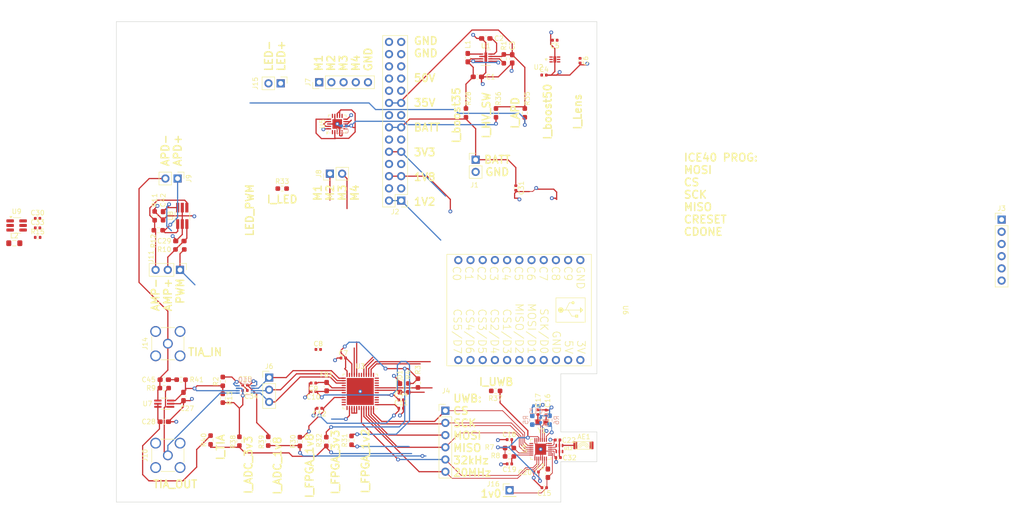
<source format=kicad_pcb>
(kicad_pcb (version 20240108) (generator "pcbnew") (generator_version "8.0")
  (layers (0 "F.Cu" signal) (1 "In1.Cu" signal) (2 "In2.Cu" signal) (31 "B.Cu" signal) (34 "B.Paste" user) (35 "F.Paste" user) (36 "B.SilkS" user "B.Silkscreen") (37 "F.SilkS" user "F.Silkscreen") (38 "B.Mask" user) (39 "F.Mask" user) (44 "Edge.Cuts" user))
  (net 0 "")
  (net 1 "GND")
  (net 2 "Net-(AE1-A)")
  (net 3 "/35v")
  (net 4 "/3v3")
  (net 5 "/2v5")
  (net 6 "Net-(U1-CAP)")
  (net 7 "/1v2")
  (net 8 "/1v8")
  (net 9 "Net-(C13-Pad1)")
  (net 10 "Net-(U3D-VCCPLL)")
  (net 11 "Net-(U4-PLL_TUNE)")
  (net 12 "Net-(J16-Pin_1)")
  (net 13 "Net-(U4-XTAL_C1)")
  (net 14 "Net-(U4-XTAL_C2)")
  (net 15 "Net-(U4-RSTN)")
  (net 16 "Net-(U4-DVDD_1V8)")
  (net 17 "Net-(J11-Pin_2)")
  (net 21 "/ICE40UP5K/PROG_CDONE")
  (net 33 "/ICE40UP5K/PROG_CS")
  (net 34 "/ICE40UP5K/PROG_SCK")
  (net 35 "/ICE40UP5K/PROG_MOSI")
  (net 36 "/ICE40UP5K/PROG_MISO")
  (net 37 "/ICE40UP5K/PROG_CRESET")
  (net 38 "/ICE40UP5K/UWB_CS")
  (net 39 "/ICE40UP5K/UWB_MOSI")
  (net 40 "/ICE40UP5K/UWB_SCK")
  (net 41 "/ICE40UP5K/UWB_MISO")
  (net 42 "/ICE40UP5K/CLK_32.768K")
  (net 43 "/ICE40UP5K/CLK_20.48M")
  (net 44 "/ICE40UP5K/ADC_CLK")
  (net 45 "/ICE40UP5K/ADC_D3")
  (net 46 "/ICE40UP5K/ADC_D4")
  (net 47 "/ICE40UP5K/ADC_D5")
  (net 48 "/ICE40UP5K/ADC_D6")
  (net 49 "/ICE40UP5K/ADC_D7")
  (net 50 "/HVbias/PWM_in")
  (net 51 "/TIA/I_APD")
  (net 52 "/HVbias/HV_bias")
  (net 53 "Net-(J11-Pin_3)")
  (net 54 "Net-(U1-SW)")
  (net 55 "Net-(U4-REG_OUT)")
  (net 56 "Net-(U4-BIAS)")
  (net 57 "/ICE40UP5K/PWM_DAC_1")
  (net 62 "/ICE40UP5K/ADC_A{slash}B")
  (net 65 "/LED_driver/batt")
  (net 66 "/LED_driver/LED-")
  (net 67 "/LED_driver/LED+")
  (net 69 "/ICE40UP5K/LED_drive")
  (net 71 "/LT3494_boost/FB")
  (net 75 "/SR1010_UWB/RFP")
  (net 76 "/SR1010_UWB/RFN")
  (net 77 "/ADG5234/INX")
  (net 78 "/ADG5234/X-")
  (net 79 "/LT3494_boost/Vbatt")
  (net 80 "/ADG5234/X+")
  (net 81 "/ICE40UP5K/1v2")
  (net 82 "/ICE40UP5K/1v8")
  (net 83 "/SR1010_UWB/1v8")
  (net 84 "/ADG5234/35v")
  (net 85 "/TIA/3v3")
  (net 86 "/buck_supply/vbatt")
  (net 87 "/HVbias/VHV")
  (net 88 "/ADG5234/INY")
  (net 89 "Net-(C45-Pad1)")
  (net 90 "/ADG5234/Y+")
  (net 91 "/ADG5234/Y-")
  (net 93 "/ICE40UP5K/PROG_CS2")
  (net 95 "/ADC/ref")
  (net 96 "/ADC/3v3")
  (net 97 "/ADC/1v8")
  (net 98 "/ADC/SCLK")
  (net 99 "/ADC/SDO")
  (net 100 "/ADC/CS")
  (net 101 "/ADC/vin")
  (net 102 "Net-(U9-SW)")
  (net 103 "Net-(C22-Pad1)")
  (footprint "Capacitor_SMD:C_0402_1005Metric" (layer "F.Cu") (at 95.758 118.2624)
    (property "Reference" "C34")
    (property "Value" "100n")
  )
  (footprint "Resistor_SMD:R_0603_1608Metric_Pad0.98x0.95mm_HandSolder" (layer "F.Cu") (at 76.95568 81.92068 -90)
    (property "Reference" "R11")
    (property "Value" "100k")
  )
  (footprint "Capacitor_SMD:C_0603_1608Metric_Pad1.08x0.95mm_HandSolder" (layer "F.Cu") (at 151.375 49.25 -90)
    (property "Reference" "C3")
    (property "Value" "1u")
  )
  (footprint "Capacitor_SMD:C_0402_1005Metric" (layer "F.Cu") (at 116.2196 111.5144 180)
    (property "Reference" "C7")
    (property "Value" "100n")
  )
  (footprint "Capacitor_SMD:C_0402_1005Metric" (layer "F.Cu") (at 158 52.625)
    (property "Reference" "C4")
    (property "Value" "1u")
  )
  (footprint "Capacitor_SMD:C_0402_1005Metric" (layer "F.Cu") (at 160.9344 132.2324 180)
    (property "Reference" "C32")
    (property "Value" "100n")
  )
  (footprint "Package_TO_SOT_SMD:TSOT-23-6_HandSoldering" (layer "F.Cu") (at 82.70568 81.92068 90)
    (property "Reference" "U8")
    (property "Value" "ADA4097")
  )
  (footprint "Connector_PinHeader_2.54mm:PinHeader_1x02_P2.54mm_Vertical" (layer "F.Cu") (at 113.4364 73.152 90)
    (property "Reference" "J8")
    (property "Value" "mdrive")
  )
  (footprint "Connector_PinHeader_2.54mm:PinHeader_1x01_P2.54mm_Vertical" (layer "F.Cu") (at 150.8252 139.0396)
    (property "Reference" "J16")
    (property "Value" "Conn_01x01")
  )
  (footprint "Resistor_SMD:R_0603_1608Metric_Pad0.98x0.95mm_HandSolder" (layer "F.Cu") (at 91.1352 119.888 -90)
    (property "Reference" "R13")
    (property "Value" "1")
  )
  (footprint "Capacitor_SMD:C_0603_1608Metric_Pad1.08x0.95mm_HandSolder" (layer "F.Cu") (at 78.70568 81.92068 -90)
    (property "Reference" "C42")
    (property "Value" "100n")
  )
  (footprint "Connector_PinHeader_2.54mm:PinHeader_1x02_P2.54mm_Vertical" (layer "F.Cu") (at 103.1875 54.35 -90)
    (property "Reference" "J15")
    (property "Value" "LED conn")
  )
  (footprint "Resistor_SMD:R_0603_1608Metric_Pad0.98x0.95mm_HandSolder" (layer "F.Cu") (at 148 60.5 -90)
    (property "Reference" "R36")
    (property "Value" "1")
  )
  (footprint "Capacitor_SMD:C_0402_1005Metric" (layer "F.Cu") (at 128.2528 121.9768)
    (property "Reference" "C11")
    (property "Value" "100n")
  )
  (footprint "Resistor_SMD:R_0603_1608Metric_Pad0.98x0.95mm_HandSolder" (layer "F.Cu") (at 77.70568 84.92068)
    (property "Reference" "R12")
    (property "Value" "3M")
  )
  (footprint "Capacitor_SMD:C_0402_1005Metric" (layer "F.Cu") (at 156.718 122.7836 90)
    (property "Reference" "C17")
    (property "Value" "3.9p")
  )
  (footprint "Capacitor_SMD:C_0402_1005Metric" (layer "F.Cu") (at 128.2528 120.2268)
    (property "Reference" "C44")
    (property "Value" "100n")
  )
  (footprint "Connector_Coaxial:SMA_Amphenol_901-144_Vertical" (layer "F.Cu") (at 79.70568 108.52568 90)
    (property "Reference" "J14")
    (property "Value" "Conn_Coaxial")
  )
  (footprint "Capacitor_SMD:C_0402_1005Metric" (layer "F.Cu") (at 165.5 49.625 -90)
    (property "Reference" "C6")
    (property "Value" "1u")
  )
  (footprint "0_kicad_custom_footprints:MLF-6_MT_MCH" (layer "F.Cu") (at 160.25 49.375)
    (property "Reference" "U2")
    (property "Value" "MIC5387-SG4YMT-TR")
  )
  (footprint "Resistor_SMD:R_0603_1608Metric_Pad0.98x0.95mm_HandSolder" (layer "F.Cu") (at 88.5952 128.5767 90)
    (property "Reference" "R40")
    (property "Value" "1")
  )
  (footprint "Connector_PinHeader_2.54mm:PinHeader_1x05_P2.54mm_Vertical" (layer "F.Cu") (at 111.2 54.125 90)
    (property "Reference" "J7")
    (property "Value" "Mirror drive")
  )
  (footprint "Capacitor_SMD:C_0402_1005Metric" (layer "F.Cu") (at 150.8 128.5 180)
    (property "Reference" "C18")
    (property "Value" "100n")
  )
  (footprint "Resistor_SMD:R_0603_1608Metric_Pad0.98x0.95mm_HandSolder" (layer "F.Cu") (at 94.5952 128.8267 -90)
    (property "Reference" "R38")
    (property "Value" "1")
  )
  (footprint "Capacitor_SMD:C_0402_1005Metric" (layer "F.Cu") (at 111.0028 109.7268)
    (property "Reference" "C8")
    (property "Value" "100n")
  )
  (footprint "Connector_PinHeader_2.54mm:PinHeader_1x02_P2.54mm_Vertical" (layer "F.Cu") (at 143.765 70.24)
    (property "Reference" "J1")
    (property "Value" "Conn_01x02")
  )
  (footprint "Capacitor_SMD:C_0402_1005Metric" (layer "F.Cu") (at 52.5852 84.4296)
    (property "Reference" "C33")
    (property "Value" "1u")
  )
  (footprint "Package_DFN_QFN:QFN-28-1EP_4x4mm_P0.4mm_EP2.3x2.3mm" (layer "F.Cu") (at 157.3 130.5 -90)
    (property "Reference" "U4")
    (property "Value" "SR10x0")
  )
  (footprint "Capacitor_SMD:C_0402_1005Metric" (layer "F.Cu") (at 150.8 133.5532 180)
    (property "Reference" "C19")
    (property "Value" "100n")
  )
  (footprint "Resistor_SMD:R_0603_1608Metric_Pad0.98x0.95mm_HandSolder" (layer "F.Cu") (at 91.1352 116.3828 90)
    (property "Reference" "R2")
    (property "Value" "1")
  )
  (footprint "Resistor_SMD:R_0603_1608Metric_Pad0.98x0.95mm_HandSolder" (layer "F.Cu") (at 149.625 49.25 90)
    (property "Reference" "R1")
    (property "Value" "5M")
  )
  (footprint "Resistor_SMD:R_0603_1608Metric_Pad0.98x0.95mm_HandSolder" (layer "F.Cu") (at 107.1852 128.904 90)
    (property "Reference" "R30")
    (property "Value" "1")
  )
  (footprint "Capacitor_SMD:C_0402_1005Metric" (layer "F.Cu") (at 158.05 138.5 180)
    (property "Reference" "C15")
    (property "Value" "1u")
  )
  (footprint "Package_TO_SOT_SMD:SOT-363_SC-70-6_Handsoldering" (layer "F.Cu") (at 78.9552 121.0252 180)
    (property "Reference" "U7")
    (property "Value" "OPA838SIDCKT")
  )
  (footprint "Package_TO_SOT_SMD:SOT-23-6_Handsoldering" (layer "F.Cu") (at 48.2252 83.9246)
    (property "Reference" "U9")
    (property "Value" "AP3036B")
  )
  (footprint "Inductor_SMD:L_0603_1608Metric_Pad1.05x0.95mm_HandSolder" (layer "F.Cu") (at 142.125 49 90)
    (property "Reference" "L1")
    (property "Value" "15u")
  )
  (footprint "LED_SMD:LED_0603_1608Metric_Pad1.05x0.95mm_HandSolder" (layer "F.Cu") (at 128.0028 117.7268 -90)
    (property "Reference" "D1")
    (property "Value" "LED")
  )
  (footprint "Inductor_SMD:L_0805_2012Metric_Pad1.05x1.20mm_HandSolder" (layer "F.Cu") (at 47.7452 87.6196)
    (property "Reference" "L2")
    (property "Value" "4.7u")
  )
  (footprint "Resistor_SMD:R_0603_1608Metric_Pad0.98x0.95mm_HandSolder" (layer "F.Cu") (at 112.6852 128.904 -90)
    (property "Reference" "R32")
    (property "Value" "1")
  )
  (footprint "Resistor_SMD:R_0603_1608Metric_Pad0.98x0.95mm_HandSolder" (layer "F.Cu") (at 100.5952 128.8267 -90)
    (property "Reference" "R39")
    (property "Value" "1")
  )
  (footprint "Package_DFN_QFN:QFN-48-1EP_7x7mm_P0.5mm_EP5.6x5.6mm" (layer "F.Cu") (at 119.7528 118.4768 180)
    (property "Reference" "U3")
    (property "Value" "ICE40UP5K-SG48ITR")
  )
  (footprint "Capacitor_SMD:C_0603_1608Metric_Pad1.08x0.95mm_HandSolder" (layer "F.Cu") (at 82.9552 119.5252 -90)
    (property "Reference" "C27")
    (property "Value" "100n")
  )
  (footprint "Capacitor_SMD:C_0603_1608Metric_Pad1.08x0.95mm_HandSolder" (layer "F.Cu") (at 144.125 53)
    (property "Reference" "C1")
    (property "Value" "1u")
  )
  (footprint "Resistor_SMD:R_0603_1608Metric_Pad0.98x0.95mm_HandSolder" (layer "F.Cu") (at 103.5 76.25 180)
    (property "Reference" "R33")
    (property "Value" "1")
  )
  (footprint "Resistor_SMD:R_0603_1608Metric_Pad0.98x0.95mm_HandSolder" (layer "F.Cu") (at 147.9315 118.364)
    (property "Reference" "R37")
    (property "Value" "1")
  )
  (footprint "Connector_PinHeader_2.54mm:PinHeader_1x06_P2.54mm_Vertical" (layer "F.Cu") (at 137.4648 122.4788)
    (property "Reference" "J4")
    (property "Value" "Conn_01x06")
  )
  (footprint "Capacitor_SMD:C_0402_1005Metric" (layer "F.Cu") (at 52.5852 82.4596)
    (property "Reference" "C30")
    (property "Value" "1u")
  )
  (footprint "Capacitor_SMD:C_0603_1608Metric_Pad1.08x0.95mm_HandSolder" (layer "F.Cu") (at 78.9552 124.7752)
    (property "Reference" "C28")
    (property "Value" "100n")
  )
  (footprint "Capacitor_SMD:C_0402_1005Metric" (layer "F.Cu") (at 110.0028 118.4768 180)
    (property "Reference" "C10")
    (property "Value" "100n")
  )
  (footprint "Resistor_SMD:R_0603_1608Metric_Pad0.98x0.95mm_HandSolder" (layer "F.Cu") (at 82.20568 88.92068 180)
    (property "Reference" "R10")
    (property "Value" "100k")
  )
  (footprint "Connector_PinHeader_2.54mm:PinHeader_2x14_P2.54mm_Vertical" (layer "F.Cu") (at 128.275 78.75 180)
    (property "Reference" "J2")
    (property "Value" "Conn_02x14_Odd_Even")
  )
  (footprint "Resistor_SMD:R_0402_1005Metric" (layer "F.Cu") (at 52.6052 86.4096)
    (property "Reference" "R15")
    (property "Value" "2")
  )
  (footprint "Capacitor_SMD:C_0603_1608Metric_Pad1.08x0.95mm_HandSolder" (layer "F.Cu") (at 145.875 45 180)
    (property "Reference" "C2")
    (property "Value" "0.22u")
  )
  (footprint "Resistor_SMD:R_0603_1608Metric_Pad0.98x0.95mm_HandSolder" (layer "F.Cu") (at 131.7528 116.7268 -90)
    (property "Reference" "R3")
    (property "Value" "10k")
  )
  (footprint "Resistor_SMD:R_0603_1608Metric_Pad0.98x0.95mm_HandSolder" (layer "F.Cu") (at 141.75 60.5 90)
    (property "Reference" "R28")
    (property "Value" "1")
  )
  (footprint "Resistor_SMD:R_0603_1608Metric_Pad0.98x0.95mm_HandSolder" (layer "F.Cu") (at 154 60.5 -90)
    (property "Reference" "R35")
    (property "Value" "1")
  )
  (footprint "Capacitor_SMD:C_0402_1005Metric" (layer "F.Cu") (at 95.758 117.1448 180)
    (property "Reference" "C35")
    (property "Value" "100n")
  )
  (footprint "Inductor_SMD:L_0603_1608Metric_Pad1.05x0.95mm_HandSolder" (layer "F.Cu") (at 112.7528 117.4768 90)
    (property "Reference" "FB1")
    (property "Value" "FerriteBead_Small")
  )
  (footprint "Capacitor_SMD:C_0402_1005Metric" (layer "F.Cu") (at 156.3624 135.2296 180)
    (property "Reference" "C20")
    (property "Value" "100n")
  )
  (footprint "0_kicad_custom_footprints:CSP_BALUN" (layer "F.Cu") (at 161.2 130.35 -90)
    (property "Reference" "U12")
    (property "Value" "CSP_BALUN")
  )
  (footprint "Resistor_SMD:R_0603_1608Metric_Pad0.98x0.95mm_HandSolder" (layer "F.Cu") (at 82.45568 116.02568)
    (property "Reference" "R41")
    (property "Value" "50")
  )
  (footprint "Capacitor_SMD:C_0402_1005Metric" (layer "F.Cu") (at 160.25 45.375 180)
    (property "Reference" "C5")
    (property "Value" "1u")
  )
  (footprint "Capacitor_SMD:C_0603_1608Metric_Pad1.08x0.95mm_HandSolder" (layer "F.Cu") (at 78.95568 116.02568 180)
    (property "Reference" "C45")
    (property "Value" "50p")
  )
  (footprint "Resistor_SMD:R_0603_1608Metric_Pad0.98x0.95mm_HandSolder" (layer "F.Cu") (at 150.8 132)
    (property "Reference" "R8")
    (property "Value" "0")
  )
  (footprint "Package_DFN_QFN:QFN-20-1EP_3.5x3.5mm_P0.5mm_EP2x2mm" (layer "F.Cu") (at 114.9604 62.80865 90)
    (property "Reference" "U5")
    (property "Value" "ADG5234_QFN")
  )
  (footprint "0_kicad_custom_footprints:antenna_footprint" (layer "F.Cu") (at 166.2 129.7)
    (property "Reference" "AE1")
    (property "Value" "Antenna")
  )
  (footprint "Connector_PinHeader_2.54mm:PinHeader_1x03_P2.54mm_Vertical" (layer "F.Cu") (at 82.23068 93.17068 -90)
    (property "Reference" "J11")
    (property "Value" "Conn_01x03")
  )
  (footprint "Capacitor_SMD:C_0402_1005Metric" (layer "F.Cu") (at 152.125 76.125 -90)
    (property "Reference" "C31")
    (property "Value" "1u")
  )
  (footprint "Connector_PinHeader_2.54mm:PinHeader_1x02_P2.54mm_Vertical" (layer "F.Cu") (at 81.73068 74.15818 -90)
    (property "Reference" "J9")
    (property "Value" "APD_conn")
  )
  (footprint "Connector_PinHeader_2.54mm:PinHeader_1x06_P2.54mm_Vertical" (layer "F.Cu") (at 253.238 82.7024)
    (property "Reference" "J3")
    (property "Value" "Conn_01x06")
  )
  (footprint "Connector_Coaxial:SMA_Amphenol_901-144_Vertical" (layer "F.Cu") (at 79.7052 131.7752 90)
    (property "Reference" "J10")
    (property "Value" "Conn_Coaxial")
  )
  (footprint "Connector_PinHeader_2.54mm:PinHeader_1x03_P2.54mm_Vertical" (layer "F.Cu") (at 100.7872 115.585)
    (property "Reference" "J6")
    (property "Value" "Conn_01x03")
  )
  (footprint "Inductor_SMD:L_0603_1608Metric_Pad1.05x0.95mm_HandSolder" (layer "F.Cu") (at 158.8 135.5 90)
    (property "Reference" "L3")
    (property "Value" "180n")
  )
  (footprint "0_kicad_custom_footprints:adafruit_FT232H" (layer "F.Cu") (at 152.8572 101.5352 -90)
    (property "Reference" "U6")
    (property "Value" "~")
  )
  (footprint "Resistor_SMD:R_0603_1608Metric_Pad0.98x0.95mm_HandSolder" (layer "F.Cu") (at 117.9352 128.654 90)
    (property "Reference" "R31")
    (property "Value" "1")
  )
  (footprint "Package_DFN_QFN:DFN-8-1EP_2x3mm_P0.5mm_EP0.56x2.15mm" (layer "F.Cu") (at 145.875 49)
    (property "Reference" "U1")
    (property "Value" "LT3494")
  )
  (footprint "Capacitor_SMD:C_0402_1005Metric" (layer "F.Cu") (at 160.8328 128.5748 180)
    (property "Reference" "C22")
    (property "Value" "100n")
  )
  (footprint "Crystal:Crystal_SMD_MicroCrystal_CM9V-T1A-2Pin_1.6x1.0mm_HandSoldering" (layer "F.Cu") (at 157.55 124.8875 180)
    (property "Reference" "Y1")
    (property "Value" "32.768kHz")
  )
  (footprint "Resistor_SMD:R_0603_1608Metric_Pad0.98x0.95mm_HandSolder" (layer "F.Cu") (at 78.9552 117.7752)
    (property "Reference" "R9")
    (property "Value" "TIA_FB")
  )
  (footprint "Capacitor_SMD:C_0402_1005Metric" (layer "F.Cu") (at 158.4452 122.8344 90)
    (property "Reference" "C16")
    (property "Value" "3.9p")
  )
  (footprint "Resistor_SMD:R_0603_1608Metric_Pad0.98x0.95mm_HandSolder" (layer "F.Cu") (at 150.8 130.25 180)
    (property "Reference" "R7")
    (property "Value" "380k")
  )
  (footprint "Capacitor_SMD:C_0603_1608Metric_Pad1.08x0.95mm_HandSolder" (layer "F.Cu") (at 82.20568 87.17068 180)
    (property "Reference" "C29")
    (property "Value" "100n")
  )
  (footprint "Resistor_SMD:R_0603_1608Metric_Pad0.98x0.95mm_HandSolder" (layer "F.Cu") (at 129.7528 117.7268 -90)
    (property "Reference" "R4")
    (property "Value" "180")
  )
  (footprint "Capacitor_SMD:C_0402_1005Metric" (layer "F.Cu") (at 111.2528 121.9768 180)
    (property "Reference" "C12")
    (property "Value" "100n")
  )
  (footprint "Capacitor_SMD:C_0402_1005Metric" (layer "F.Cu") (at 110.0028 116.7268 180)
    (property "Reference" "C9")
    (property "Value" "100n")
  )
  (footprint "Capacitor_SMD:C_0402_1005Metric" (layer "B.Cu") (at 116.3432 63.19965 180)
    (property "Reference" "C21")
    (property "Value" "100n")
  )
  (footprint "Resistor_SMD:R_0603_1608Metric_Pad0.98x0.95mm_HandSolder" (layer "B.Cu") (at 155.55 124.4625 -90)
    (property "Reference" "R5")
    (property "Value" "390k")
  )
  (footprint "Capacitor_SMD:C_0402_1005Metric" (layer "B.Cu") (at 156.3 121.4625)
    (property "Reference" "C13")
    (property "Value" "680p")
  )
  (footprint "Capacitor_SMD:C_0402_1005Metric" (layer "B.Cu") (at 157.3 124.4625 90)
    (property "Reference" "C14")
    (property "Value" "68p")
  )
  (footprint "Package_SO:VSSOP-8_2.3x2mm_P0.5mm" (layer "B.Cu") (at 95.8088 118.0592 180)
    (property "Reference" "U10")
    (property "Value" "ADS7040xDCU")
  )
  (footprint "Resistor_SMD:R_0603_1608Metric_Pad0.98x0.95mm_HandSolder" (layer "B.Cu") (at 159.15 124.45 -90)
    (property "Reference" "R6")
    (property "Value" "2.2M")
  )
  (gr_line (start 69 141.5) (end 69 41.5) (stroke (width 0.1)) (layer "Edge.Cuts"))
  (gr_line (start 161.5 141.5) (end 69 141.5) (stroke (width 0.1)) (layer "Edge.Cuts"))
  (gr_line (start 161.5 133.1) (end 161.5 141.5) (stroke (width 0.1)) (layer "Edge.Cuts"))
  (gr_line (start 161.5 114.8) (end 161.5 126.9) (stroke (width 0.1)) (layer "Edge.Cuts"))
  (gr_line (start 169 126.9) (end 169 133.1) (stroke (width 0.1)) (layer "Edge.Cuts"))
  (gr_line (start 69 41.5) (end 169 41.5) (stroke (width 0.1)) (layer "Edge.Cuts"))
  (gr_line (start 161.5 126.9) (end 169 126.9) (stroke (width 0.1)) (layer "Edge.Cuts"))
  (gr_line (start 169 41.5) (end 169 114.8) (stroke (width 0.1)) (layer "Edge.Cuts"))
  (gr_line (start 169 133.1) (end 161.5 133.1) (stroke (width 0.1)) (layer "Edge.Cuts"))
  (gr_line (start 169 114.8) (end 161.5 114.8) (stroke (width 0.1)) (layer "Edge.Cuts"))
  (gr_text "I_boost50" (at 158.75 60.25 90) (layer "F.SilkS") (effects (font (size 1.6 1.6) (thickness 0.3))))
  (gr_text "I_APD" (at 152 60.5 90) (layer "F.SilkS") (effects (font (size 1.6 1.6) (thickness 0.3))))
  (gr_text "I_FPGA_1v2" (at 120.8308 132.972 90) (layer "F.SilkS") (effects (font (size 1.6 1.6) (thickness 0.3))))
  (gr_text "LED-\nLED+" (at 102 52 90) (layer "F.SilkS") (effects (font (size 1.6 1.6) (thickness 0.3)) (justify left)))
  (gr_text "I_UWB" (at 148.0312 116.4844 0) (layer "F.SilkS") (effects (font (size 1.6 1.6) (thickness 0.3))))
  (gr_text "I_ADC_1v8" (at 102.5144 133.9088 90) (layer "F.SilkS") (effects (font (size 1.6 1.6) (thickness 0.3))))
  (gr_text "I_TIA" (at 90.678 130.0988 90) (layer "F.SilkS") (effects (font (size 1.6 1.6) (thickness 0.3))))
  (gr_text "I_Lens" (at 165 60.25 90) (layer "F.SilkS") (effects (font (size 1.6 1.6) (thickness 0.3))))
  (gr_text "UWB:\nCS\nSCK\nMOSI\nMISO\n32kHz\n20MHz" (at 138.938 127.6604 0) (layer "F.SilkS") (effects (font (size 1.6 1.6) (thickness 0.3)) (justify left)))
  (gr_text "TIA_OUT" (at 76.45568 137.77568 0) (layer "F.SilkS") (effects (font (size 1.6 1.6) (thickness 0.3)) (justify left)))
  (gr_text "I_ADC_3v3" (at 96.4692 133.7564 90) (layer "F.SilkS") (effects (font (size 1.6 1.6) (thickness 0.3))))
  (gr_text "M1\nM2\nM3\nM4" (at 114.75 75.25 90) (layer "F.SilkS") (effects (font (size 1.6 1.6) (thickness 0.3)) (justify right)))
  (gr_text "1v0" (at 146.9644 139.7508 0) (layer "F.SilkS") (effects (font (size 1.6 1.6) (thickness 0.3))))
  (gr_text "BATT\nGND" (at 148.265 71.515 0) (layer "F.SilkS") (effects (font (size 1.6 1.6) (thickness 0.3))))
  (gr_text "GND\nGND\n\n50V\n\n35V\n\nBATT\n\n3V3\n\n1V8\n\n1V2" (at 130.75 62.25 0) (layer "F.SilkS") (effects (font (size 1.6 1.6) (thickness 0.3)) (justify left)))
  (gr_text "I_HV_SW" (at 146 61 90) (layer "F.SilkS") (effects (font (size 1.6 1.6) (thickness 0.3))))
  (gr_text "I_boost35" (at 139.75 61 90) (layer "F.SilkS") (effects (font (size 1.6 1.6) (thickness 0.3))))
  (gr_text "AMP-\nAMP+\nPWM" (at 79.70568 94.77568 90) (layer "F.SilkS") (effects (font (size 1.6 1.6) (thickness 0.3)) (justify right)))
  (gr_text "M1\nM2\nM3\nM4\nGND" (at 116.25 52 90) (layer "F.SilkS") (effects (font (size 1.6 1.6) (thickness 0.3)) (justify left)))
  (gr_text "I_LED" (at 103.5 78.5 0) (layer "F.SilkS") (effects (font (size 1.6 1.6) (thickness 0.3))))
  (gr_text "ICE40 PROG:\nMOSI\nCS\nSCK\nMISO\nCRESET\nCDONE" (at 186.944 77.5208 0) (layer "F.SilkS") (effects (font (size 1.6 1.6) (thickness 0.3)) (justify left)))
  (gr_text "LED_PWM" (at 96.75 80.75 90) (layer "F.SilkS") (effects (font (size 1.6 1.6) (thickness 0.3))))
  (gr_text "TIA_IN" (at 87.45568 110.27568 0) (layer "F.SilkS") (effects (font (size 1.6 1.6) (thickness 0.3))))
  (gr_text "APD-\nAPD+" (at 80.45568 71.77568 90) (layer "F.SilkS") (effects (font (size 1.6 1.6) (thickness 0.3)) (justify left)))
  (gr_text "I_FPGA_3v3" (at 114.5824 133.1752 90) (layer "F.SilkS") (effects (font (size 1.6 1.6) (thickness 0.3))))
  (gr_text "I_FPGA_1v8" (at 109.1976 133.9372 90) (layer "F.SilkS") (effects (font (size 1.6 1.6) (thickness 0.3))))
  (segment (start 158.5 129.3) (end 157.3 130.5) (width 0.1524) (layer "F.Cu") (net 1))
  (segment (start 109.1403 118.4768) (end 109.1403 118.8393) (width 0.25) (layer "F.Cu") (net 1))
  (segment (start 94.9452 116.7892) (end 94.6404 116.4844) (width 0.25) (layer "F.Cu") (net 1))
  (segment (start 160.625 52.625) (end 161.25 52) (width 0.25) (layer "F.Cu") (net 1))
  (segment (start 152.625 78.25) (end 152.875 78.5) (width 0.25) (layer "F.Cu") (net 1))
  (segment (start 155.8544 136.4488) (end 155.8544 136.829705) (width 0.25) (layer "F.Cu") (net 1))
  (segment (start 159.2375 130.9) (end 157.7 130.9) (width 0.1524) (layer "F.Cu") (net 1))
  (segment (start 81.34318 86.78268) (end 80.70568 86.14518) (width 0.25) (layer "F.Cu") (net 1))
  (segment (start 154.96322 76.84928) (end 155.65072 76.84928) (width 0.1524) (layer "F.Cu") (net 1))
  (segment (start 157.7 131.964363) (end 157.7 130.9) (width 0.1524) (layer "F.Cu") (net 1))
  (segment (start 81.34318 87.17068) (end 81.34318 86.78268) (width 0.25) (layer "F.Cu") (net 1))
  (segment (start 160.625 76.9875) (end 160.625 78.5) (width 0.25) (layer "F.Cu") (net 1))
  (segment (start 144.9875 54.2375) (end 145.25 54.5) (width 0.25) (layer "F.Cu") (net 1))
  (segment (start 159.2375 129.3) (end 158.5 129.3) (width 0.1524) (layer "F.Cu") (net 1))
  (segment (start 155.65072 76.84928) (end 156.375 76.125) (width 0.1524) (layer "F.Cu") (net 1))
  (segment (start 155.8544 135.19329) (end 157.7 133.34769) (width 0.1524) (layer "F.Cu") (net 1))
  (segment (start 148.4 128.6) (end 148.5 128.5) (width 0.25) (layer "F.Cu") (net 1))
  (segment (start 145.875 49) (end 145.875 52.1125) (width 0.25) (layer "F.Cu") (net 1))
  (segment (start 151.875 77.2375) (end 152.125 76.9875) (width 0.25) (layer "F.Cu") (net 1))
  (segment (start 159.86 129.7) (end 159.2375 129.7) (width 0.1524) (layer "F.Cu") (net 1))
  (segment (start 159.2375 129.7) (end 158.1 129.7) (width 0.1524) (layer "F.Cu") (net 1))
  (segment (start 80.2852 121.0252) (end 82.3177 121.0252) (width 0.25) (layer "F.Cu") (net 1))
  (segment (start 156.1 132.4375) (end 156.1 131.7) (width 0.1524) (layer "F.Cu") (net 1))
  (segment (start 144 45) (end 143.25 44.25) (width 0.25) (layer "F.Cu") (net 1))
  (segment (start 154.9375 76.875) (end 154.96322 76.84928) (width 0.1524) (layer "F.Cu") (net 1))
  (segment (start 115.7396 111.5144) (end 114.9652 111.5144) (width 0.25) (layer "F.Cu") (net 1))
  (segment (start 144.9875 53) (end 148.4875 53) (width 0.25) (layer "F.Cu") (net 1))
  (segment (start 151.875 78.25) (end 151.875 77.2375) (width 0.25) (layer "F.Cu") (net 1))
  (segment (start 152.125 76.9875) (end 152.2375 76.875) (width 0.25) (layer "F.Cu") (net 1))
  (segment (start 76.95568 81.03318) (end 78.70568 82.78318) (width 0.25) (layer "F.Cu") (net 1))
  (segment (start 115.4604 65.16165) (end 115.4604 64.49615) (width 0.25) (layer "F.Cu") (net 1))
  (segment (start 94.6404 116.4844) (end 94.0308 116.4844) (width 0.25) (layer "F.Cu") (net 1))
  (segment (start 145.875 45.8625) (end 145.0125 45) (width 0.25) (layer "F.Cu") (net 1))
  (segment (start 160.5052 133.124) (end 160.528 133.1468) (width 0.25) (layer "F.Cu") (net 1))
  (segment (start 82.70568 81.92068) (end 85.10068 81.92068) (width 0.25) (layer "F.Cu") (net 1))
  (segment (start 159.3088 128.524) (end 160.0988 128.524) (width 0.1524) (layer "F.Cu") (net 1))
  (segment (start 160.0125 76.375) (end 160.625 76.9875) (width 0.25) (layer "F.Cu") (net 1))
  (segment (start 152.2375 76.875) (end 154.9375 76.875) (width 0.25) (layer "F.Cu") (net 1))
  (segment (start 159.3875 43.8625) (end 159.5 43.75) (width 0.25) (layer "F.Cu") (net 1))
  (segment (start 93.0167 115.4703) (end 94.0308 116.4844) (width 0.25) (layer "F.Cu") (net 1))
  (segment (start 163.3625 52.625) (end 158.8625 52.625) (width 0.25) (layer "F.Cu") (net 1))
  (segment (start 160.25 51.875) (end 160.25 49.375) (width 0.25) (layer "F.Cu") (net 1))
  (segment (start 82.70568 81.92068) (end 82.70568 83.63068) (width 0.25) (layer "F.Cu") (net 1))
  (segment (start 96.238 118.11629) (end 95.278 117.15629) (width 0.25) (layer "F.Cu") (net 1))
  (segment (start 158.8625 52.625) (end 160.625 52.625) (width 0.25) (layer "F.Cu") (net 1))
  (segment (start 115.9604 65.20805) (end 115.886 65.28245) (width 0.25) (layer "F.Cu") (net 1))
  (segment (start 159.2375 130.9) (end 160.05 130.9) (width 0.1524) (layer "F.Cu") (net 1))
  (segment (start 76.95568 81.00818) (end 76.95568 80.445278) (width 0.25) (layer "F.Cu") (net 1))
  (segment (start 156.1 129.3) (end 157.3 130.5) (width 0.1524) (layer "F.Cu") (net 1))
  (segment (start 156.718 122.3036) (end 158.3944 122.3036) (width 0.25) (layer "F.Cu") (net 1))
  (segment (start 160.5052 132.2324) (end 160.5052 133.124) (width 0.25) (layer "F.Cu") (net 1))
  (segment (start 145.0125 45) (end 144 45) (width 0.25) (layer "F.Cu") (net 1))
  (segment (start 158.3944 122.3036) (end 158.4452 122.3544) (width 0.25) (layer "F.Cu") (net 1))
  (segment (start 95.278 117.15629) (end 95.278 117.1448) (width 0.25) (layer "F.Cu") (net 1))
  (segment (start 110.3903 123.0893) (end 110.0028 123.4768) (width 0.25) (layer "F.Cu") (net 1))
  (segment (start 112.1782 63.80865) (end 112.076 63.91085) (width 0.25) (layer "F.Cu") (net 1))
  (segment (start 113.2729 62.80865) (end 114.9604 62.80865) (width 0.25) (layer "F.Cu") (net 1))
  (segment (start 79.8177 124.7752) (end 81.4552 124.7752) (width 0.25) (layer "F.Cu") (net 1))
  (segment (start 84.34366 120.3877) (end 84.70568 120.02568) (width 0.25) (layer "F.Cu") (net 1))
  (segment (start 76.95568 80.445278) (end 77.540479 79.860479) (width 0.25) (layer "F.Cu") (net 1))
  (segment (start 114.4604 61.12115) (end 114.4604 62.28205) (width 0.25) (layer "F.Cu") (net 1))
  (segment (start 159.3875 45.375) (end 159.3875 46.2625) (width 0.25) (layer "F.Cu") (net 1))
  (segment (start 158.4452 122.3544) (end 158.9956 122.3544) (width 0.25) (layer "F.Cu") (net 1))
  (segment (start 109.1403 116.7268) (end 109.1403 118.4768) (width 0.25) (layer "F.Cu") (net 1))
  (segment (start 160.25 47.125) (end 160.25 49.375) (width 0.25) (layer "F.Cu") (net 1))
  (segment (start 160.0988 129.4612) (end 159.86 129.7) (width 0.1524) (layer "F.Cu") (net 1))
  (segment (start 151.375 50.1125) (end 151.375 51.625) (width 0.25) (layer "F.Cu") (net 1))
  (segment (start 114.9652 111.5144) (end 114.5028 111.9768) (width 0.25) (layer "F.Cu") (net 1))
  (segment (start 158.8625 52.625) (end 159.5 52.625) (width 0.25) (layer "F.Cu") (net 1))
  (segment (start 78.70568 82.78318) (end 79.56818 81.92068) (width 0.25) (layer "F.Cu") (net 1))
  (segment (start 82.70568 85.80818) (end 81.34318 87.17068) (width 0.25) (layer "F.Cu") (net 1))
  (segment (start 157.7 133.34769) (end 157.7 132.4375) (width 0.1524) (layer "F.Cu") (net 1))
  (segment (start 160.0988 131.8768) (end 160.4544 132.2324) (width 0.1524) (layer "F.Cu") (net 1))
  (segment (start 156.1 131.7) (end 157.3 130.5) (width 0.1524) (layer "F.Cu") (net 1))
  (segment (start 82.70568 83.63068) (end 82.70568 85.80818) (width 0.25) (layer "F.Cu") (net 1))
  (segment (start 126.7528 115.2268) (end 128.0028 116.4768) (width 0.25) (layer "F.Cu") (net 1))
  (segment (start 160.4544 132.2324) (end 160.4544 132.1588) (width 0.1524) (layer "F.Cu") (net 1))
  (segment (start 156.625 76.375) (end 156.375 76.125) (width 0.25) (layer "F.Cu") (net 1))
  (segment (start 160.375 78.25) (end 159.625 78.25) (width 0.25) (layer "F.Cu") (net 1))
  (segment (start 160.0988 128.524) (end 160.0988 129.4612) (width 0.1524) (layer "F.Cu") (net 1))
  (segment (start 160.625 78.5) (end 160.375 78.25) (width 0.25) (layer "F.Cu") (net 1))
  (segment (start 128.7328 120.2268) (end 128.7328 122.7468) (width 0.25) (layer "F.Cu") (net 1))
  (segment (start 115.4604 64.49615) (end 115.4604 63.30865) (width 0.25) (layer "F.Cu") (net 1))
  (segment (start 151.375 51.625) (end 151.25 51.75) (width 0.25) (layer "F.Cu") (net 1))
  (segment (start 82.70568 80.21068) (end 82.70568 81.92068) (width 0.25) (layer "F.Cu") (net 1))
  (segment (start 149.1488 133.5532) (end 149.0472 133.6548) (width 0.25) (layer "F.Cu") (net 1))
  (segment (start 95.278 117.122) (end 94.9452 116.7892) (width 0.25) (layer "F.Cu") (net 1))
  (segment (start 148.5 128.5) (end 150.32 128.5) (width 0.25) (layer "F.Cu") (net 1))
  (segment (start 151.875 78.25) (end 152.625 78.25) (width 0.25) (layer "F.Cu") (net 1))
  (segment (start 82.9552 120.3877) (end 82.9552 121.6377) (width 0.25) (layer "F.Cu") (net 1))
  (segment (start 165.5 50.4875) (end 163.3625 52.625) (width 0.25) (layer "F.Cu") (net 1))
  (segment (start 156.625 76.375) (end 160.0125 76.375) (width 0.25) (layer "F.Cu") (net 1))
  (segment (start 157.524695 138.5) (end 157.57 138.5) (width 0.25) (layer "F.Cu") (net 1))
  (segment (start 145.875 52.1125) (end 144.9875 53) (width 0.25) (layer "F.Cu") (net 1))
  (segment (start 115.9604 64.49615) (end 115.9604 65.20805) (width 0.25) (layer "F.Cu") (net 1))
  (segment (start 155.8544 136.829705) (end 157.524695 138.5) (width 0.25) (layer "F.Cu") (net 1))
  (segment (start 166.7625 50.4875) (end 167 50.25) (width 0.25) (layer "F.Cu") (net 1))
  (segment (start 82.9552 121.6377) (end 79.8177 124.7752) (width 0.25) (layer "F.Cu") (net 1))
  (segment (start 113.2729 63.80865) (end 112.1782 63.80865) (width 0.25) (layer "F.Cu") (net 1))
  (segment (start 91.1352 115.4703) (end 93.0167 115.4703) (width 0.25) (layer "F.Cu") (net 1))
  (segment (start 82.9552 120.3877) (end 84.34366 120.3877) (width 0.25) (layer "F.Cu") (net 1))
  (segment (start 165.5 50.4875) (end 166.7625 50.4875) (width 0.25) (layer "F.Cu") (net 1))
  (segment (start 79.56818 81.92068) (end 82.70568 81.92068) (width 0.25) (layer "F.Cu") (net 1))
  (segment (start 159.3875 46.2625) (end 160.25 47.125) (width 0.25) (layer "F.Cu") (net 1))
  (segment (start 85.10068 81.92068) (end 85.20568 82.02568) (width 0.25) (layer "F.Cu") (net 1))
  (segment (start 115.5812 65.28245) (end 115.4604 65.16165) (width 0.25) (layer "F.Cu") (net 1))
  (segment (start 144.9875 53) (end 144.9875 54.2375) (width 0.25) (layer "F.Cu") (net 1))
  (segment (start 148.4875 53) (end 151.375 50.1125) (width 0.25) (layer "F.Cu") (net 1))
  (segment (start 145.625 48.75) (end 145.875 49) (width 0.25) (layer "F.Cu") (net 1))
  (segment (start 159.3875 45.375) (end 159.3875 43.8625) (width 0.25) (layer "F.Cu") (net 1))
  (segment (start 117.8672 60.96445) (end 117.023 61.80865) (width 0.25) (layer "F.Cu") (net 1))
  (segment (start 155.8544 136.4488) (end 155.8544 135.19329) (width 0.1524) (layer "F.Cu") (net 1))
  (segment (start 145.875 49) (end 145.875 45.8625) (width 0.25) (layer "F.Cu") (net 1))
  (segment (start 96.238 118.2624) (end 96.238 118.11629) (width 0.25) (layer "F.Cu") (net 1))
  (segment (start 110.3903 121.9768) (end 110.3903 123.0893) (width 0.25) (layer "F.Cu") (net 1))
  (segment (start 81.4552 124.7752) (end 81.45568 124.77568) (width 0.25) (layer "F.Cu") (net 1))
  (segment (start 114.9604 64.49615) (end 114.9604 62.80865) (width 0.25) (layer "F.Cu") (net 1))
  (segment (start 158.9956 122.3544) (end 159.55 121.8) (width 0.25) (layer "F.Cu") (net 1))
  (segment (start 117.023 61.80865) (end 116.6479 61.80865) (width 0.25) (layer "F.Cu") (net 1))
  (segment (start 157.7 132.4375) (end 157.7 131.964363) (width 0.1524) (layer "F.Cu") (net 1))
  (segment (start 144.9375 48.75) (end 145.625 48.75) (width 0.25) (layer "F.Cu") (net 1))
  (segment (start 82.3177 121.0252) (end 82.9552 120.3877) (width 0.25) (layer "F.Cu") (net 1))
  (segment (start 160.0988 130.9488) (end 160.0988 131.8768) (width 0.1524) (layer "F.Cu") (net 1))
  (segment (start 156.1 128.5625) (end 156.1 129.3) (width 0.1524) (layer "F.Cu") (net 1))
  (segment (start 109.1403 118.8393) (end 108.2528 119.7268) (width 0.25) (layer "F.Cu") (net 1))
  (segment (start 157.3 132.4375) (end 157.3 130.5) (width 0.1524) (layer "F.Cu") (net 1))
  (segment (start 115.886 65.28245) (end 115.5812 65.28245) (width 0.25) (layer "F.Cu") (net 1))
  (segment (start 156.5 128.5625) (end 156.5 129.7) (width 0.1524) (layer "F.Cu") (net 1))
  (segment (start 150.32 133.5532) (end 149.1488 133.5532) (width 0.25) (layer "F.Cu") (net 1))
  (segment (start 160.05 130.9) (end 160.0988 130.9488) (width 0.1524) (layer "F.Cu") (net 1))
  (segment (start 159.5 52.625) (end 160.25 51.875) (width 0.25) (layer "F.Cu") (net 1))
  (segment (start 95.278 117.1448) (end 95.278 117.122) (width 0.25) (layer "F.Cu") (net 1))
  (segment (start 128.7328 122.7468) (end 128.0028 123.4768) (width 0.25) (layer "F.Cu") (net 1))
  (via (at 85.20568 82.02568) (size 0.8) (drill 0.4) (layers "F.Cu" "B.Cu") (net 1))
  (via (at 81.45568 124.77568) (size 0.8) (drill 0.4) (layers "F.Cu" "B.Cu") (net 1))
  (via (at 145.25 54.5) (size 0.8) (drill 0.4) (layers "F.Cu" "B.Cu") (net 1))
  (via (at 159.55 121.8) (size 0.8) (drill 0.4) (layers "F.Cu" "B.Cu") (net 1))
  (via (at 157.734 121.2596) (size 0.8) (drill 0.4) (layers "F.Cu" "B.Cu") (net 1))
  (via (at 155.8544 136.4488) (size 0.8) (drill 0.4) (layers "F.Cu" "B.Cu") (net 1))
  (via (at 160.528 133.1468) (size 0.8) (drill 0.4) (layers "F.Cu" "B.Cu") (net 1))
  (via (at 110.0028 123.4768) (size 0.8) (drill 0.4) (layers "F.Cu" "B.Cu") (net 1))
  (via (at 159.5 43.75) (size 0.8) (drill 0.4) (layers "F.Cu" "B.Cu") (net 1))
  (via (at 151.25 51.75) (size 0.8) (drill 0.4) (layers "F.Cu" "B.Cu") (net 1))
  (via (at 114.5028 111.9768) (size 0.8) (drill 0.4) (layers "F.Cu" "B.Cu") (net 1))
  (via (at 112.076 63.91085) (size 0.8) (drill 0.4) (layers "F.Cu" "B.Cu") (net 1))
  (via (at 114.9716 62.79325) (size 0.8) (drill 0.4) (layers "F.Cu" "B.Cu") (net 1))
  (via (at 77.540479 79.860479) (size 0.8) (drill 0.4) (layers "F.Cu" "B.Cu") (net 1))
  (via (at 152.875 78.5) (size 0.8) (drill 0.4) (layers "F.Cu" "B.Cu") (net 1))
  (via (at 119.7528 118.4768) (size 0.8) (drill 0.4) (layers "F.Cu" "B.Cu") (net 1))
  (via (at 126.7528 115.2268) (size 0.8) (drill 0.4) (layers "F.Cu" "B.Cu") (net 1))
  (via (at 94.0308 116.4844) (size 0.8) (drill 0.4) (layers "F.Cu" "B.Cu") (net 1))
  (via (at 149.0472 133.6548) (size 0.8) (drill 0.4) (layers "F.Cu" "B.Cu") (net 1))
  (via (at 117.8672 60.96445) (size 0.8) (drill 0.4) (layers "F.Cu" "B.Cu") (net 1))
  (via (at 157.3 130.5) (size 0.8) (drill 0.4) (layers "F.Cu" "B.Cu") (net 1))
  (via (at 159.625 78.25) (size 0.8) (drill 0.4) (layers "F.Cu" "B.Cu") (net 1))
  (via (at 167 50.25) (size 0.8) (drill 0.4) (layers "F.Cu" "B.Cu") (net 1))
  (via (at 156.375 76.125) (size 0.8) (drill 0.4) (layers "F.Cu" "B.Cu") (net 1))
  (via (at 148.4 128.6) (size 0.8) (drill 0.4) (layers "F.Cu" "B.Cu") (net 1))
  (via (at 128.0028 123.4768) (size 0.8) (drill 0.4) (layers "F.Cu" "B.Cu") (net 1))
  (via (at 161.25 52) (size 0.8) (drill 0.4) (layers "F.Cu" "B.Cu") (net 1))
  (via (at 84.70568 120.02568) (size 0.8) (drill 0.4) (layers "F.Cu" "B.Cu") (net 1))
  (via (at 108.2528 119.7268) (size 0.8) (drill 0.4) (layers "F.Cu" "B.Cu") (net 1))
  (via (at 80.70568 86.14518) (size 0.8) (drill 0.4) (layers "F.Cu" "B.Cu") (net 1))
  (via (at 143.25 44.25) (size 0.8) (drill 0.4) (layers "F.Cu" "B.Cu") (net 1))
  (via (at 159.3088 128.524) (size 0.8) (drill 0.4) (layers "F.Cu" "B.Cu") (net 1))
  (segment (start 157.1625 123.4625) (end 157.1625 121.7168) (width 0.1524) (layer "B.Cu") (net 1))
  (segment (start 93.7888 117.3092) (end 94.2588 117.3092) (width 0.25) (layer "B.Cu") (net 1))
  (segment (start 156.78 121.4625) (end 156.9082 121.4625) (width 0.25) (layer "B.Cu") (net 1))
  (segment (start 159.15 123.5375) (end 157.3625 123.5375) (width 0.25) (layer "B.Cu") (net 1))
  (segment (start 157.6197 121.2596) (end 157.1625 121.7168) (width 0.1524) (layer "B.Cu") (net 1))
  (segment (start 93.3704 116.8908) (end 93.7888 117.3092) (width 0.25) (layer "B.Cu") (net 1))
  (segment (start 157.3625 123.5375) (end 157.3 123.6) (width 0.25) (layer "B.Cu") (net 1))
  (segment (start 159.15 123.5375) (end 159.15 122.2) (width 0.25) (layer "B.Cu") (net 1))
  (segment (start 157.734 121.2596) (end 157.6197 121.2596) (width 0.1524) (layer "B.Cu") (net 1))
  (segment (start 115.8632 63.19965) (end 115.378 63.19965) (width 0.25) (layer "B.Cu") (net 1))
  (segment (start 156.9082 121.4625) (end 157.1625 121.7168) (width 0.25) (layer "B.Cu") (net 1))
  (segment (start 157.3 123.6) (end 157.1625 123.4625) (width 0.1524) (layer "B.Cu") (net 1))
  (segment (start 94.0308 116.4844) (end 93.7768 116.4844) (width 0.25) (layer "B.Cu") (net 1))
  (segment (start 159.15 122.2) (end 159.55 121.8) (width 0.25) (layer "B.Cu") (net 1))
  (segment (start 93.7768 116.4844) (end 93.3704 116.8908) (width 0.25) (layer "B.Cu") (net 1))
  (segment (start 115.378 63.19965) (end 114.9716 62.79325) (width 0.25) (layer "B.Cu") (net 1))
  (segment (start 164.5 129.7) (end 161.875 129.7) (width 0.25) (layer "F.Cu") (net 2))
  (segment (start 151.375 48.3875) (end 151.375 46.125) (width 0.25) (layer "F.Cu") (net 3))
  (segment (start 148.5 43.25) (end 143 43.25) (width 0.25) (layer "F.Cu") (net 3))
  (segment (start 154 59.225) (end 154 51.0125) (width 0.25) (layer "F.Cu") (net 3))
  (segment (start 146.8125 48.75) (end 149.2125 48.75) (width 0.25) (layer "F.Cu") (net 3))
  (segment (start 151.375 48.3875) (end 149.675 48.3875) (width 0.25) (layer "F.Cu") (net 3))
  (segment (start 143 43.25) (end 128.275 57.975) (width 0.25) (layer "F.Cu") (net 3))
  (segment (start 147.75 59.225) (end 154 59.225) (width 0.25) (layer "F.Cu") (net 3))
  (segment (start 151.375 46.125) (end 148.5 43.25) (width 0.25) (layer "F.Cu") (net 3))
  (segment (start 154 51.0125) (end 151.375 48.3875) (width 0.25) (layer "F.Cu") (net 3))
  (segment (start 149.2125 48.75) (end 149.625 48.3375) (width 0.25) (layer "F.Cu") (net 3))
  (segment (start 128.275 58.43) (end 125.735 58.43) (width 0.25) (layer "B.Cu") (net 3))
  (segment (start 88.5952 130.1017) (end 94.5852 130.1017) (width 0.25) (layer "F.Cu") (net 4))
  (segment (start 110.5319 131.9698) (end 112.6852 129.8165) (width 0.25) (layer "F.Cu") (net 4))
  (segment (start 94.5952 130.0917) (end 95.769711 131.266211) (width 0.25) (layer "F.Cu") (net 4))
  (segment (start 125.735 68.59) (end 128.275 68.59) (width 0.25) (layer "F.Cu") (net 4))
  (segment (start 105.624278 131.9698) (end 110.5319 131.9698) (width 0.25) (layer "F.Cu") (net 4))
  (segment (start 88.5952 129.4892) (end 88.5952 130.1017) (width 0.25) (layer "F.Cu") (net 4))
  (segment (start 104.920689 131.266211) (end 105.624278 131.9698) (width 0.25) (layer "F.Cu") (net 4))
  (segment (start 112.6852 130.154) (end 113.6852 131.154) (width 0.25) (layer "F.Cu") (net 4))
  (segment (start 95.769711 131.266211) (end 104.920689 131.266211) (width 0.25) (layer "F.Cu") (net 4))
  (via (at 113.6852 131.154) (size 0.8) (drill 0.4) (layers "F.Cu" "B.Cu") (net 4))
  (segment (start 113.9352 131.404) (end 130.4352 131.404) (width 0.25) (layer "B.Cu") (net 4))
  (segment (start 137.5 77.815) (end 128.275 68.59) (width 0.25) (layer "B.Cu") (net 4))
  (segment (start 113.6852 131.154) (end 113.9352 131.404) (width 0.25) (layer "B.Cu") (net 4))
  (segment (start 116.6996 113.5732) (end 116.6996 111.5144) (width 0.25) (layer "F.Cu") (net 5))
  (segment (start 125.0028 113.7268) (end 129.0028 113.7268) (width 0.25) (layer "F.Cu") (net 5))
  (segment (start 117.0028 115.0393) (end 117.0028 114.2268) (width 0.25) (layer "F.Cu") (net 5))
  (segment (start 129.7528 116.8143) (end 130.7528 116.8143) (width 0.25) (layer "F.Cu") (net 5))
  (segment (start 115.7528 109.8984) (end 116.5244 109.1268) (width 0.25) (layer "F.Cu") (net 5))
  (segment (start 112.6852 126.904) (end 113.6852 125.904) (width 0.25) (layer "F.Cu") (net 5))
  (segment (start 130.7528 116.8143) (end 131.7528 115.8143) (width 0.25) (layer "F.Cu") (net 5))
  (segment (start 118.0028 115.0393) (end 118.0028 112.7268) (width 0.25) (layer "F.Cu") (net 5))
  (segment (start 129.0028 113.7268) (end 129.6653 113.7268) (width 0.25) (layer "F.Cu") (net 5))
  (segment (start 112.6852 127.9915) (end 112.6852 126.904) (width 0.25) (layer "F.Cu") (net 5))
  (segment (start 115.7528 110.4768) (end 115.7528 109.8984) (width 0.25) (layer "F.Cu") (net 5))
  (segment (start 118.0028 112.7268) (end 115.7528 110.4768) (width 0.25) (layer "F.Cu") (net 5))
  (segment (start 129.6653 113.7268) (end 131.7528 115.8143) (width 0.25) (layer "F.Cu") (net 5))
  (segment (start 117.0028 114.2268) (end 116.5244 113.7484) (width 0.25) (layer "F.Cu") (net 5))
  (segment (start 116.5244 113.7484) (end 116.6996 113.5732) (width 0.25) (layer "F.Cu") (net 5))
  (via (at 116.5244 109.1268) (size 0.8) (drill 0.4) (layers "F.Cu" "B.Cu") (net 5))
  (via (at 129.0028 113.7268) (size 0.8) (drill 0.4) (layers "F.Cu" "B.Cu") (net 5))
  (via (at 125.0028 113.7268) (size 0.8) (drill 0.4) (layers "F.Cu" "B.Cu") (net 5))
  (via (at 113.6852 125.904) (size 0.8) (drill 0.4) (layers "F.Cu" "B.Cu") (net 5))
  (segment (start 116.5244 109.1268) (end 117.4222 108.229) (width 0.25) (layer "B.Cu") (net 5))
  (segment (start 129.0028 124.7268) (end 129.0028 113.7268) (width 0.25) (layer "B.Cu") (net 5))
  (segment (start 125.0028 113.7268) (end 119.505 108.229) (width 0.25) (layer "B.Cu") (net 5))
  (segment (start 113.7292 125.86) (end 127.8696 125.86) (width 0.25) (layer "B.Cu") (net 5))
  (segment (start 127.8696 125.86) (end 129.0028 124.7268) (width 0.25) (layer "B.Cu") (net 5))
  (segment (start 113.6852 125.904) (end 113.7292 125.86) (width 0.25) (layer "B.Cu") (net 5))
  (segment (start 117.4222 108.229) (end 119.505 108.229) (width 0.25) (layer "B.Cu") (net 5))
  (segment (start 146.8125 48.25) (end 147.625 48.25) (width 0.25) (layer "F.Cu") (net 6))
  (segment (start 147.625 48.25) (end 148.125 47.75) (width 0.25) (layer "F.Cu") (net 6))
  (segment (start 148.125 46) (end 147.125 45) (width 0.25) (layer "F.Cu") (net 6))
  (segment (start 148.125 47.75) (end 148.125 46) (width 0.25) (layer "F.Cu") (net 6))
  (segment (start 119.1036 129.929) (end 118.2102 129.929) (width 0.25) (layer "F.Cu") (net 7))
  (segment (start 118.2102 129.929) (end 117.9352 129.654) (width 0.25) (layer "F.Cu") (net 7))
  (via (at 119.1036 129.929) (size 0.8) (drill 0.4) (layers "F.Cu" "B.Cu") (net 7))
  (segment (start 129.9102 129.929) (end 119.1036 129.929) (width 0.25) (layer "B.Cu") (net 7))
  (segment (start 125.735 78.75) (end 128.275 78.75) (width 0.25) (layer "B.Cu") (net 7))
  (segment (start 128.275 78.75) (end 136.5 86.975) (width 0.25) (layer "B.Cu") (net 7))
  (segment (start 107.2164 131.2448) (end 107.2164 129.8477) (width 0.25) (layer "F.Cu") (net 8))
  (segment (start 138.5 81) (end 138.5 78.5) (width 0.25) (layer "F.Cu") (net 8))
  (segment (start 125.735 73.67) (end 128.275 73.67) (width 0.25) (layer "F.Cu") (net 8))
  (segment (start 100.5952 129.7392) (end 107.1079 129.7392) (width 0.25) (layer "F.Cu") (net 8))
  (segment (start 107.1079 129.7392) (end 107.1852 129.8165) (width 0.25) (layer "F.Cu") (net 8))
  (segment (start 133.67 73.67) (end 138.5 78.5) (width 0.25) (layer "F.Cu") (net 8))
  (segment (start 107.2164 129.8477) (end 107.1852 129.8165) (width 0.25) (layer "F.Cu") (net 8))
  (segment (start 133.67 73.67) (end 128.275 73.67) (width 0.25) (layer "F.Cu") (net 8))
  (via (at 138.5 81) (size 0.8) (drill 0.4) (layers "F.Cu" "B.Cu") (net 8))
  (via (at 107.2164 131.2448) (size 0.8) (drill 0.4) (layers "F.Cu" "B.Cu") (net 8))
  (via (at 132.6852 131.904) (size 0.8) (drill 0.4) (layers "F.Cu" "B.Cu") (net 8))
  (segment (start 107.8756 131.904) (end 107.2164 131.2448) (width 0.25) (layer "B.Cu") (net 8))
  (segment (start 132.6852 131.904) (end 107.8756 131.904) (width 0.25) (layer "B.Cu") (net 8))
  (segment (start 133.4102 131.904) (end 132.6852 131.904) (width 0.25) (layer "B.Cu") (net 8))
  (segment (start 155.55 121.7325) (end 155.82 121.4625) (width 0.25) (layer "B.Cu") (net 9))
  (segment (start 155.55 123.55) (end 155.55 121.7325) (width 0.25) (layer "B.Cu") (net 9))
  (segment (start 112.7528 116.6018) (end 110.9903 116.6018) (width 0.25) (layer "F.Cu") (net 10))
  (segment (start 116.3153 117.7268) (end 113.8778 117.7268) (width 0.25) (layer "F.Cu") (net 10))
  (segment (start 113.8778 117.7268) (end 112.7528 116.6018) (width 0.25) (layer "F.Cu") (net 10))
  (segment (start 110.9903 116.6018) (end 110.8653 116.7268) (width 0.25) (layer "F.Cu") (net 10))
  (segment (start 158.1 128.5625) (end 158.1 127.1) (width 0.1524) (layer "F.Cu") (net 11))
  (segment (start 158.1 127.1) (end 158.5 126.7) (width 0.1524) (layer "F.Cu") (net 11))
  (via (at 158.5 126.7) (size 0.8) (drill 0.4) (layers "F.Cu" "B.Cu") (net 11))
  (segment (start 158.5 126.7) (end 157.3 125.5) (width 0.1524) (layer "B.Cu") (net 11))
  (segment (start 157.3 125.325) (end 155.6 125.325) (width 0.1524) (layer "B.Cu") (net 11))
  (segment (start 157.3 125.5) (end 157.3 125.325) (width 0.1524) (layer "B.Cu") (net 11))
  (segment (start 159.648 131.7) (end 159.728 131.62) (width 0.1524) (layer "F.Cu") (net 12))
  (segment (start 157.4316 139.5984) (end 151.384 139.5984) (width 0.1524) (layer "F.Cu") (net 12))
  (segment (start 159.2375 131.7) (end 159.648 131.7) (width 0.1524) (layer "F.Cu") (net 12))
  (segment (start 158.5976 138.3426) (end 158.6425 138.3875) (width 0.1524) (layer "F.Cu") (net 12))
  (segment (start 159.2375 131.3) (end 159.662 131.3) (width 0.1524) (layer "F.Cu") (net 12))
  (segment (start 159.728 135.447) (end 158.8 136.375) (width 0.1524) (layer "F.Cu") (net 12))
  (segment (start 151.384 139.5984) (end 150.8252 139.0396) (width 0.1524) (layer "F.Cu") (net 12))
  (segment (start 158.8 136.375) (end 158.5976 136.5774) (width 0.1524) (layer "F.Cu") (net 12))
  (segment (start 159.662 131.3) (end 159.728 131.366) (width 0.1524) (layer "F.Cu") (net 12))
  (segment (start 159.728 131.62) (end 159.728 135.447) (width 0.1524) (layer "F.Cu") (net 12))
  (segment (start 158.6425 138.3875) (end 157.4316 139.5984) (width 0.1524) (layer "F.Cu") (net 12))
  (segment (start 158.5976 136.5774) (end 158.5976 138.3426) (width 0.1524) (layer "F.Cu") (net 12))
  (segment (start 159.728 131.366) (end 159.728 131.62) (width 0.1524) (layer "F.Cu") (net 12))
  (segment (start 158.4452 123.3144) (end 158.4452 124.8173) (width 0.25) (layer "F.Cu") (net 13))
  (segment (start 157.7 128.5625) (end 157.7 125.5625) (width 0.1524) (layer "F.Cu") (net 13))
  (segment (start 157.7 125.5625) (end 158.375 124.8875) (width 0.1524) (layer "F.Cu") (net 13))
  (segment (start 158.4452 124.8173) (end 158.375 124.8875) (width 0.25) (layer "F.Cu") (net 13))
  (segment (start 157.3 125.4625) (end 156.725 124.8875) (width 0.1524) (layer "F.Cu") (net 14))
  (segment (start 156.718 124.8805) (end 156.725 124.8875) (width 0.25) (layer "F.Cu") (net 14))
  (segment (start 157.3 128.5625) (end 157.3 125.4625) (width 0.1524) (layer "F.Cu") (net 14))
  (segment (start 156.718 123.2636) (end 156.718 124.8805) (width 0.25) (layer "F.Cu") (net 14))
  (segment (start 155.3625 131.3) (end 152.7625 131.3) (width 0.1524) (layer "F.Cu") (net 15))
  (segment (start 151.28 129.8175) (end 151.7125 130.25) (width 0.25) (layer "F.Cu") (net 15))
  (segment (start 152.7625 131.3) (end 151.7125 130.25) (width 0.1524) (layer "F.Cu") (net 15))
  (segment (start 151.28 128.5) (end 151.28 129.8175) (width 0.25) (layer "F.Cu") (net 15))
  (segment (start 151.28 133.5532) (end 151.28 132.4325) (width 0.25) (layer "F.Cu") (net 16))
  (segment (start 155.3625 131.7) (end 152.0125 131.7) (width 0.1524) (layer "F.Cu") (net 16))
  (segment (start 151.28 132.4325) (end 151.7125 132) (width 0.25) (layer "F.Cu") (net 16))
  (segment (start 83.65568 86.58318) (end 83.06818 87.17068) (width 0.25) (layer "F.Cu") (net 17))
  (segment (start 79.69068 93.17068) (end 79.69068 90.52318) (width 0.25) (layer "F.Cu") (net 17))
  (segment (start 79.69068 90.52318) (end 81.29318 88.92068) (width 0.25) (layer "F.Cu") (net 17))
  (segment (start 83.04318 87.17068) (end 81.29318 88.92068) (width 0.25) (layer "F.Cu") (net 17))
  (segment (start 83.65568 83.63068) (end 83.65568 86.58318) (width 0.25) (layer "F.Cu") (net 17))
  (segment (start 129.7528 118.6393) (end 133.0653 118.6393) (width 0.25) (layer "F.Cu") (net 21))
  (segment (start 128.0028 118.6018) (end 129.7153 118.6018) (width 0.25) (layer "F.Cu") (net 21))
  (segment (start 123.1903 118.2268) (end 127.6278 118.2268) (width 0.25) (layer "F.Cu") (net 21))
  (segment (start 127.6278 118.2268) (end 128.0028 118.6018) (width 0.25) (layer "F.Cu") (net 21))
  (segment (start 121.0028 115.0393) (end 121.0028 113.362518) (width 0.25) (layer "F.Cu") (net 33))
  (segment (start 121.0028 113.362518) (end 122.538998 111.82632) (width 0.25) (layer "F.Cu") (net 33))
  (segment (start 122.95376 112.27584) (end 134.32184 112.27584) (width 0.25) (layer "F.Cu") (net 34))
  (segment (start 121.5028 113.7268) (end 122.95376 112.27584) (width 0.25) (layer "F.Cu") (net 34))
  (segment (start 121.5028 115.0393) (end 121.5028 113.7268) (width 0.25) (layer "F.Cu") (net 34))
  (segment (start 120.5028 113.2268) (end 122.3528 111.3768) (width 0.25) (layer "F.Cu") (net 35))
  (segment (start 120.5028 115.0393) (end 120.5028 113.2268) (width 0.25) (layer "F.Cu") (net 35))
  (segment (start 122.0028 113.862518) (end 123.138518 112.7268) (width 0.25) (layer "F.Cu") (net 36))
  (segment (start 122.0028 115.0393) (end 122.0028 113.862518) (width 0.25) (layer "F.Cu") (net 36))
  (segment (start 123.138518 112.7268) (end 132.2328 112.7268) (width 0.25) (layer "F.Cu") (net 36))
  (segment (start 123.1903 117.7268) (end 134.6928 117.7268) (width 0.25) (layer "F.Cu") (net 37))
  (segment (start 122.5028 123.0108) (end 124.206 124.714) (width 0.25) (layer "F.Cu") (net 38))
  (segment (start 154.6 129.7) (end 153.95192 129.05192) (width 0.1524) (layer "F.Cu") (net 38))
  (segment (start 135.2296 124.714) (end 137.4648 122.4788) (width 0.25) (layer "F.Cu") (net 38))
  (segment (start 149.3788 122.4788) (end 137.4648 122.4788) (width 0.1524) (layer "F.Cu") (net 38))
  (segment (start 124.206 124.714) (end 135.2296 124.714) (width 0.25) (layer "F.Cu") (net 38))
  (segment (start 153.95192 129.05192) (end 153.95192 127.05192) (width 0.1524) (layer "F.Cu") (net 38))
  (segment (start 122.5028 121.9143) (end 122.5028 123.0108) (width 0.25) (layer "F.Cu") (net 38))
  (segment (start 155.3625 129.7) (end 154.6 129.7) (width 0.1524) (layer "F.Cu") (net 38))
  (segment (start 153.95192 127.05192) (end 149.3788 122.4788) (width 0.1524) (layer "F.Cu") (net 38))
  (segment (start 125.652404 127.5588) (end 137.4648 127.5588) (width 0.25) (layer "F.Cu") (net 39))
  (segment (start 153.20192 129.55192) (end 153.20192 127.80192) (width 0.1524) (layer "F.Cu") (net 39))
  (segment (start 153.20192 127.80192) (end 150.98 125.58) (width 0.1524) (layer "F.Cu") (net 39))
  (segment (start 121.5028 123.409196) (end 125.652404 127.5588) (width 0.25) (layer "F.Cu") (net 39))
  (segment (start 121.5028 121.9143) (end 121.5028 123.409196) (width 0.25) (layer "F.Cu") (net 39))
  (segment (start 150.98 125.58) (end 139.4436 125.58) (width 0.1524) (layer "F.Cu") (net 39))
  (segment (start 155.3625 130.5) (end 154.15 130.5) (width 0.1524) (layer "F.Cu") (net 39))
  (segment (start 154.15 130.5) (end 153.20192 129.55192) (width 0.1524) (layer "F.Cu") (net 39))
  (segment (start 137.4648 125.0188) (end 151.1688 125.0188) (width 0.1524) (layer "F.Cu") (net 40))
  (segment (start 151.1688 125.0188) (end 153.59952 127.44952) (width 0.1524) (layer "F.Cu") (net 40))
  (segment (start 154.25 130.1) (end 153.6 129.45) (width 0.1524) (layer "F.Cu") (net 40))
  (segment (start 153.59952 127.44952) (end 153.59952 127.4888) (width 0.1524) (layer "F.Cu") (net 40))
  (segment (start 155.3625 130.1) (end 154.25 130.1) (width 0.1524) (layer "F.Cu") (net 40))
  (segment (start 122.0028 123.2728) (end 123.952 125.222) (width 0.25) (layer "F.Cu") (net 40))
  (segment (start 137.2616 125.222) (end 137.4648 125.0188) (width 0.25) (layer "F.Cu") (net 40))
  (segment (start 122.0028 121.9143) (end 122.0028 123.2728) (width 0.25) (layer "F.Cu") (net 40))
  (segment (start 123.952 125.222) (end 137.2616 125.222) (width 0.25) (layer "F.Cu") (net 40))
  (segment (start 153.6 129.45) (end 153.6 127.4888) (width 0.1524) (layer "F.Cu") (net 40))
  (segment (start 140.4786 127.085) (end 137.4648 130.0988) (width 0.1524) (layer "F.Cu") (net 41))
  (segment (start 121.0028 121.9143) (end 121.0028 123.545592) (width 0.25) (layer "F.Cu") (net 41))
  (segment (start 155.3625 130.9) (end 153.8 130.9) (width 0.1524) (layer "F.Cu") (net 41))
  (segment (start 121.0028 123.545592) (end 127.556008 130.0988) (width 0.25) (layer "F.Cu") (net 41))
  (segment (start 151.985 127.085) (end 140.4786 127.085) (width 0.1524) (layer "F.Cu") (net 41))
  (segment (start 153.8 130.9) (end 152.85 129.95) (width 0.1524) (layer "F.Cu") (net 41))
  (segment (start 152.85 127.95) (end 151.985 127.085) (width 0.1524) (layer "F.Cu") (net 41))
  (segment (start 152.85 129.95) (end 152.85 127.95) (width 0.1524) (layer "F.Cu") (net 41))
  (segment (start 127.556008 130.0988) (end 137.4648 130.0988) (width 0.25) (layer "F.Cu") (net 41))
  (segment (start 120.0028 125.032) (end 127.6096 132.6388) (width 0.25) (layer "F.Cu") (net 42))
  (segment (start 140.776 135.95) (end 137.4648 132.6388) (width 0.1524) (layer "F.Cu") (net 42))
  (segment (start 120.0028 121.9143) (end 120.0028 125.032) (width 0.25) (layer "F.Cu") (net 42))
  (segment (start 154.20192 134.34808) (end 152.6 135.95) (width 0.1524) (layer "F.Cu") (net 42))
  (segment (start 156.5 133.55) (end 155.70192 134.34808) (width 0.1524) (layer "F.Cu") (net 42))
  (segment (start 152.6 135.95) (end 140.776 135.95) (width 0.1524) (layer "F.Cu") (net 42))
  (segment (start 155.70192 134.34808) (end 154.20192 134.34808) (width 0.1524) (layer "F.Cu") (net 42))
  (segment (start 156.5 132.4375) (end 156.5 133.55) (width 0.1524) (layer "F.Cu") (net 42))
  (via (at 127.6096 132.6388) (size 0.8) (drill 0.4) (layers "F.Cu" "B.Cu") (net 42))
  (segment (start 127.6096 132.6388) (end 137.4648 132.6388) (width 0.25) (layer "B.Cu") (net 42))
  (segment (start 155.85 134.7) (end 154.35 134.7) (width 0.1524) (layer "F.Cu") (net 43))
  (segment (start 154.35 134.7) (end 152.5 136.55) (width 0.1524) (layer "F.Cu") (net 43))
  (segment (start 120.5028 121.9143) (end 120.5028 123.681988) (width 0.25) (layer "F.Cu") (net 43))
  (segment (start 138.836 136.55) (end 137.4648 135.1788) (width 0.1524) (layer "F.Cu") (net 43))
  (segment (start 120.5028 123.681988) (end 131.999612 135.1788) (width 0.25) (layer "F.Cu") (net 43))
  (segment (start 152.5 136.55) (end 138.836 136.55) (width 0.1524) (layer "F.Cu") (net 43))
  (segment (start 156.9 132.4375) (end 156.9 133.65) (width 0.1524) (layer "F.Cu") (net 43))
  (segment (start 156.9 133.65) (end 155.85 134.7) (width 0.1524) (layer "F.Cu") (net 43))
  (segment (start 131.999612 135.1788) (end 137.4648 135.1788) (width 0.25) (layer "F.Cu") (net 43))
  (segment (start 116.7528 124.2268) (end 117.5028 123.4768) (width 0.25) (layer "F.Cu") (net 50))
  (segment (start 82.23068 89.80818) (end 83.11818 88.92068) (width 0.25) (layer "F.Cu") (net 50))
  (segment (start 82.23068 93.17068) (end 82.23068 89.80818) (width 0.25) (layer "F.Cu") (net 50))
  (segment (start 117.5028 123.4768) (end 117.5028 121.9143) (width 0.25) (layer "F.Cu") (net 50))
  (via (at 116.7528 124.2268) (size 0.8) (drill 0.4) (layers "F.Cu" "B.Cu") (net 50))
  (segment (start 82.23068 93.17068) (end 85.33568 96.27568) (width 0.25) (layer "B.Cu") (net 50))
  (segment (start 113.777414 124.2268) (end 116.7528 124.2268) (width 0.25) (layer "B.Cu") (net 50))
  (segment (start 79.70568 114.02568) (end 78.0427 115.68866) (width 0.25) (layer "F.Cu") (net 51))
  (segment (start 78.0427 115.68866) (end 78.0427 117.7752) (width 0.25) (layer "F.Cu") (net 51))
  (segment (start 79.70568 101.77568) (end 79.70568 114.02568) (width 0.25) (layer "F.Cu") (net 51))
  (segment (start 78.0427 117.7752) (end 77.6252 118.1927) (width 0.25) (layer "F.Cu") (net 51))
  (segment (start 75.82318 74.15818) (end 73.70568 76.27568) (width 0.25) (layer "F.Cu") (net 51))
  (segment (start 73.70568 76.27568) (end 73.70568 95.77568) (width 0.25) (layer "F.Cu") (net 51))
  (segment (start 77.6252 118.1927) (end 77.6252 120.3752) (width 0.25) (layer "F.Cu") (net 51))
  (segment (start 73.70568 95.77568) (end 79.70568 101.77568) (width 0.25) (layer "F.Cu") (net 51))
  (segment (start 79.19068 74.15818) (end 75.82318 74.15818) (width 0.25) (layer "F.Cu") (net 51))
  (segment (start 79.11818 85.42068) (end 78.61818 84.92068) (width 0.25) (layer "F.Cu") (net 52))
  (segment (start 81.75568 83.63068) (end 81.75568 85.12068) (width 0.25) (layer "F.Cu") (net 52))
  (segment (start 81.45568 85.42068) (end 79.11818 85.42068) (width 0.25) (layer "F.Cu") (net 52))
  (segment (start 78.61818 84.92068) (end 79.06068 84.92068) (width 0.25) (layer "F.Cu") (net 52))
  (segment (start 79.06068 84.92068) (end 80.20568 83.77568) (width 0.25) (layer "F.Cu") (net 52))
  (segment (start 81.75568 85.12068) (end 81.45568 85.42068) (width 0.25) (layer "F.Cu") (net 52))
  (via (at 80.20568 83.77568) (size 0.8) (drill 0.4) (layers "F.Cu" "B.Cu") (net 52))
  (segment (start 80.20568 83.77568) (end 81.73068 82.25068) (width 0.25) (layer "B.Cu") (net 52))
  (segment (start 81.73068 82.25068) (end 81.73068 74.15818) (width 0.25) (layer "B.Cu") (net 52))
  (segment (start 76.95568 82.83318) (end 76.95568 84.75818) (width 0.25) (layer "F.Cu") (net 53))
  (segment (start 77.15068 85.27818) (end 76.79318 84.92068) (width 0.25) (layer "F.Cu") (net 53))
  (segment (start 75.95568 81.83318) (end 76.95568 82.83318) (width 0.25) (layer "F.Cu") (net 53))
  (segment (start 83.65568 79.12068) (end 83.20568 78.67068) (width 0.25) (layer "F.Cu") (net 53))
  (segment (start 77.56068 78.67068) (end 75.95568 80.27568) (width 0.25) (layer "F.Cu") (net 53))
  (segment (start 83.65568 80.21068) (end 83.65568 79.12068) (width 0.25) (layer "F.Cu") (net 53))
  (segment (start 83.20568 78.67068) (end 77.56068 78.67068) (width 0.25) (layer "F.Cu") (net 53))
  (segment (start 77.15068 93.17068) (end 77.15068 85.27818) (width 0.25) (layer "F.Cu") (net 53))
  (segment (start 75.95568 80.27568) (end 75.95568 81.83318) (width 0.25) (layer "F.Cu") (net 53))
  (segment (start 144.9375 48.25) (end 142.25 48.25) (width 0.25) (layer "F.Cu") (net 54))
  (segment (start 158.5 132.4375) (end 158.5 134.325) (width 0.1524) (layer "F.Cu") (net 55))
  (segment (start 158.5 127.8) (end 159.3 127) (width 0.1524) (layer "F.Cu") (net 56))
  (segment (start 159.3 127) (end 159.6 127) (width 0.1524) (layer "F.Cu") (net 56))
  (segment (start 158.5 128.5625) (end 158.5 127.8) (width 0.1524) (layer "F.Cu") (net 56))
  (via (at 159.6 127) (size 0.8) (drill 0.4) (layers "F.Cu" "B.Cu") (net 56))
  (segment (start 159.6 125.8125) (end 159.15 125.3625) (width 0.1524) (layer "B.Cu") (net 56))
  (segment (start 159.6 127) (end 159.6 125.8125) (width 0.1524) (layer "B.Cu") (net 56))
  (segment (start 118.0028 122.9768) (end 118.5028 122.9768) (width 0.25) (layer "F.Cu") (net 69))
  (segment (start 119.0028 122.9768) (end 119.0028 121.9143) (width 0.25) (layer "F.Cu") (net 69))
  (segment (start 118.0028 121.9143) (end 118.0028 122.9768) (width 0.25) (layer "F.Cu") (net 69))
  (segment (start 118.5028 122.9768) (end 119.0028 122.9768) (width 0.25) (layer "F.Cu") (net 69))
  (segment (start 118.5028 121.9143) (end 118.5028 122.9768) (width 0.25) (layer "F.Cu") (net 69))
  (segment (start 146.8125 49.25) (end 148.7125 49.25) (width 0.25) (layer "F.Cu") (net 71))
  (segment (start 148.7125 49.25) (end 149.625 50.1625) (width 0.25) (layer "F.Cu") (net 71))
  (segment (start 159.2375 130.1) (end 160.35 130.1) (width 0.1524) (layer "F.Cu") (net 75))
  (segment (start 160.35 130.1) (end 160.55 129.9) (width 0.1524) (layer "F.Cu") (net 75))
  (segment (start 160.35 130.5) (end 160.55 130.7) (width 0.1524) (layer "F.Cu") (net 76))
  (segment (start 159.2375 130.5) (end 160.35 130.5) (width 0.1524) (layer "F.Cu") (net 76))
  (segment (start 116.9924 80.4164) (end 116.9924 74.168) (width 0.25) (layer "F.Cu") (net 77))
  (segment (start 117.092435 62.80865) (end 116.6479 62.80865) (width 0.25) (layer "F.Cu") (net 77))
  (segment (start 119.0028 115.0393) (end 119.0028 108.1508) (width 0.25) (layer "F.Cu") (net 77))
  (segment (start 116.9924 74.168) (end 115.9764 73.152) (width 0.25) (layer "F.Cu") (net 77))
  (segment (start 117.869835 62.03125) (end 117.592435 62.30865) (width 0.25) (layer "F.Cu") (net 77))
  (segment (start 117.869835 62.03125) (end 117.092435 62.80865) (width 0.25) (layer "F.Cu") (net 77))
  (segment (start 117.592435 62.30865) (end 116.6479 62.30865) (width 0.25) (layer "F.Cu") (net 77))
  (segment (start 143.2625 51.0125) (end 142.125 49.875) (width 0.25) (layer "F.Cu") (net 79))
  (segment (start 143.2625 53) (end 143.2625 51.0125) (width 0.25) (layer "F.Cu") (net 79))
  (segment (start 144.9375 49.25) (end 142.75 49.25) (width 0.25) (layer "F.Cu") (net 79))
  (segment (start 148.187902 49.75) (end 148.468951 50.031049) (width 0.25) (layer "F.Cu") (net 79))
  (segment (start 143.25 49.75) (end 142.25 49.75) (width 0.25) (layer "F.Cu") (net 79))
  (segment (start 141.75 54.5125) (end 143.2625 53) (width 0.25) (layer "F.Cu") (net 79))
  (segment (start 146.8125 49.75) (end 148.187902 49.75) (width 0.25) (layer "F.Cu") (net 79))
  (segment (start 141.75 59.235) (end 141.75 54.5125) (width 0.25) (layer "F.Cu") (net 79))
  (segment (start 142.75 49.25) (end 142.125 49.875) (width 0.25) (layer "F.Cu") (net 79))
  (segment (start 144.9375 49.75) (end 143.25 49.75) (width 0.25) (layer "F.Cu") (net 79))
  (via (at 143.25 49.75) (size 0.8) (drill 0.4) (layers "F.Cu" "B.Cu") (net 79))
  (via (at 148.468951 50.031049) (size 0.8) (drill 0.4) (layers "F.Cu" "B.Cu") (net 79))
  (segment (start 148.468951 50.031049) (end 148.437902 50) (width 0.25) (layer "B.Cu") (net 79))
  (segment (start 143.5 50) (end 143.25 49.75) (width 0.25) (layer "B.Cu") (net 79))
  (segment (start 148.437902 50) (end 143.5 50) (width 0.25) (layer "B.Cu") (net 79))
  (segment (start 119.1036 127.389) (end 118.2877 127.389) (width 0.25) (layer "F.Cu") (net 81))
  (segment (start 110.8653 118.4768) (end 110.8653 118.8393) (width 0.25) (layer "F.Cu") (net 81))
  (segment (start 126.2528 119.2268) (end 125.5028 119.2268) (width 0.25) (layer "F.Cu") (net 81))
  (segment (start 123.1903 119.2268) (end 125.5028 119.2268) (width 0.25) (layer "F.Cu") (net 81))
  (segment (start 110.8653 118.8393) (end 111.740501 119.714501) (width 0.25) (layer "F.Cu") (net 81))
  (segment (start 126.7728 119.2268) (end 127.7728 120.2268) (width 0.25) (layer "F.Cu") (net 81))
  (segment (start 118.2877 127.389) (end 117.9352 127.7415) (width 0.25) (layer "F.Cu") (net 81))
  (segment (start 125.5028 119.2268) (end 126.7728 119.2268) (width 0.25) (layer "F.Cu") (net 81))
  (segment (start 110.8653 118.4768) (end 112.6278 118.4768) (width 0.25) (layer "F.Cu") (net 81))
  (segment (start 116.3153 118.2268) (end 112.8778 118.2268) (width 0.25) (layer "F.Cu") (net 81))
  (via (at 111.740501 119.714501) (size 0.8) (drill 0.4) (layers "F.Cu" "B.Cu") (net 81))
  (via (at 119.1036 127.389) (size 0.8) (drill 0.4) (layers "F.Cu" "B.Cu") (net 81))
  (via (at 126.2528 119.2268) (size 0.8) (drill 0.4) (layers "F.Cu" "B.Cu") (net 81))
  (segment (start 126.2528 119.2268) (end 126.227311 119.201311) (width 0.25) (layer "B.Cu") (net 81))
  (segment (start 129.2528 112.2268) (end 130.0028 112.9768) (width 0.25) (layer "B.Cu") (net 81))
  (segment (start 128.2528 112.2268) (end 129.2528 112.2268) (width 0.25) (layer "B.Cu") (net 81))
  (segment (start 127.477311 118.002289) (end 127.477311 113.002289) (width 0.25) (layer "B.Cu") (net 81))
  (segment (start 126.227311 119.201311) (end 112.253691 119.201311) (width 0.25) (layer "B.Cu") (net 81))
  (segment (start 112.253691 119.201311) (end 111.740501 119.714501) (width 0.25) (layer "B.Cu") (net 81))
  (segment (start 126.2528 119.2268) (end 127.477311 118.002289) (width 0.25) (layer "B.Cu") (net 81))
  (segment (start 127.477311 113.002289) (end 128.2528 112.2268) (width 0.25) (layer "B.Cu") (net 81))
  (segment (start 130.0028 124.6128) (end 127.2266 127.389) (width 0.25) (layer "B.Cu") (net 81))
  (segment (start 130.0028 112.9768) (end 130.0028 124.6128) (width 0.25) (layer "B.Cu") (net 81))
  (segment (start 127.2266 127.389) (end 119.1036 127.389) (width 0.25) (layer "B.Cu") (net 81))
  (segment (start 126.948 121.2268) (end 127.7728 122.0516) (width 0.25) (layer "F.Cu") (net 82))
  (segment (start 112.1153 121.9768) (end 112.1153 122.6143) (width 0.25) (layer "F.Cu") (net 82))
  (segment (start 127.7728 122.0516) (end 127.7728 122.4568) (width 0.25) (layer "F.Cu") (net 82))
  (segment (start 109.0602 126.779) (end 109.0602 125.6694) (width 0.25) (layer "F.Cu") (net 82))
  (segment (start 109.0602 125.6694) (end 111.2528 123.4768) (width 0.25) (layer "F.Cu") (net 82))
  (segment (start 114.3653 119.7268) (end 112.1153 121.9768) (width 0.25) (layer "F.Cu") (net 82))
  (segment (start 127.7728 122.4568) (end 126.7528 123.4768) (width 0.25) (layer "F.Cu") (net 82))
  (segment (start 123.1903 121.2268) (end 126.948 121.2268) (width 0.25) (layer "F.Cu") (net 82))
  (segment (start 116.3153 119.7268) (end 114.3653 119.7268) (width 0.25) (layer "F.Cu") (net 82))
  (segment (start 107.1852 127.9915) (end 107.8477 127.9915) (width 0.25) (layer "F.Cu") (net 82))
  (segment (start 112.1153 122.6143) (end 111.2528 123.4768) (width 0.25) (layer "F.Cu") (net 82))
  (segment (start 107.8477 127.9915) (end 109.0602 126.779) (width 0.25) (layer "F.Cu") (net 82))
  (via (at 111.2528 123.4768) (size 0.8) (drill 0.4) (layers "F.Cu" "B.Cu") (net 82))
  (via (at 126.7528 123.4768) (size 0.8) (drill 0.4) (layers "F.Cu" "B.Cu") (net 82))
  (via (at 109.0602 126.779) (size 0.8) (drill 0.4) (layers "F.Cu" "B.Cu") (net 82))
  (segment (start 112.874 125.098) (end 125.1316 125.098) (width 0.25) (layer "B.Cu") (net 82))
  (segment (start 111.2528 123.4768) (end 112.874 125.098) (width 0.25) (layer "B.Cu") (net 82))
  (segment (start 125.1316 125.098) (end 126.7528 123.4768) (width 0.25) (layer "B.Cu") (net 82))
  (segment (start 148.844 120.844) (end 148.844 118.364) (width 0.25) (layer "F.Cu") (net 83))
  (segment (start 154.62762 126.62762) (end 154.62762 128.1) (width 0.25) (layer "F.Cu") (net 83))
  (segment (start 154.62762 128.1) (end 154.85334 127.87428) (width 0.1524) (layer "F.Cu") (net 83))
  (segment (start 158.1 132.4375) (end 158.1 133.9) (width 0.1524) (layer "F.Cu") (net 83))
  (segment (start 156.684917 127.87428) (end 156.9 128.089363) (width 0.1524) (layer "F.Cu") (net 83))
  (segment (start 149.8875 132) (end 149.8875 130.25) (width 0.1524) (layer "F.Cu") (net 83))
  (segment (start 148.4 130.1) (end 148.55 130.25) (width 0.1524) (layer "F.Cu") (net 83))
  (segment (start 158.1 133.9) (end 156.9125 135.0875) (width 0.1524) (layer "F.Cu") (net 83))
  (segment (start 156.9125 135.0875) (end 156.9125 136.8625) (width 0.1524) (layer "F.Cu") (net 83))
  (segment (start 154.85334 127.87428) (end 156.684917 127.87428) (width 0.1524) (layer "F.Cu") (net 83))
  (segment (start 156.9125 136.8625) (end 157.15 137.1) (width 0.1524) (layer "F.Cu") (net 83))
  (segment (start 148.55 130.25) (end 149.8875 130.25) (width 0.1524) (layer "F.Cu") (net 83))
  (segment (start 156.9 128.089363) (end 156.9 128.5625) (width 0.1524) (layer "F.Cu") (net 83))
  (segment (start 154.62762 126.62762) (end 148.844 120.844) (width 0.25) (layer "F.Cu") (net 83))
  (via (at 148.4 130.1) (size 0.8) (drill 0.4) (layers "F.Cu" "B.Cu") (net 83))
  (via (at 157.15 137.1) (size 0.8) (drill 0.4) (layers "F.Cu" "B.Cu") (net 83))
  (via (at 154.62762 128.1) (size 0.8) (drill 0.4) (layers "F.Cu" "B.Cu") (net 83))
  (segment (start 150.65 130.1) (end 157.15 136.6) (width 0.25) (layer "B.Cu") (net 83))
  (segment (start 154.62762 128.1) (end 152.65 128.1) (width 0.25) (layer "B.Cu") (net 83))
  (segment (start 157.15 136.6) (end 157.15 137.1) (width 0.25) (layer "B.Cu") (net 83))
  (segment (start 150.65 130.1) (end 148.4 130.1) (width 0.25) (layer "B.Cu") (net 83))
  (segment (start 152.65 128.1) (end 150.65 130.1) (width 0.25) (layer "B.Cu") (net 83))
  (segment (start 113.2729 61.80865) (end 110.5714 61.80865) (width 0.25) (layer "F.Cu") (net 84))
  (segment (start 117.8672 63.14885) (end 118.2536 63.53525) (width 0.25) (layer "F.Cu") (net 84))
  (segment (start 114.9604 61.12115) (end 114.9604 60.63365) (width 0.25) (layer "F.Cu") (net 84))
  (segment (start 110.5714 61.80865) (end 110.552 61.82805) (width 0.25) (layer "F.Cu") (net 84))
  (segment (start 118.68 63.53525) (end 118.68 60.60885) (width 0.25) (layer "F.Cu") (net 84))
  (segment (start 118.2536 63.53525) (end 118.68 63.53525) (width 0.25) (layer "F.Cu") (net 84))
  (segment (start 114.4604 65.78725) (end 114.5144 65.84125) (width 0.25) (layer "F.Cu") (net 84))
  (segment (start 118.68 64.46965) (end 118.68 63.53525) (width 0.25) (layer "F.Cu") (net 84))
  (segment (start 117.8672 63.14885) (end 117.5264 63.14885) (width 0.25) (layer "F.Cu") (net 84))
  (segment (start 111.6696 65.84125) (end 114.5144 65.84125) (width 0.25) (layer "F.Cu") (net 84))
  (segment (start 115.4604 60.13365) (end 115.715 59.87905) (width 0.25) (layer "F.Cu") (net 84))
  (segment (start 117.3592 65.79045) (end 118.68 64.46965) (width 0.25) (layer "F.Cu") (net 84))
  (segment (start 110.552 61.82805) (end 110.552 64.72365) (width 0.25) (layer "F.Cu") (net 84))
  (segment (start 117.9502 59.87905) (end 115.715 59.87905) (width 0.25) (layer "F.Cu") (net 84))
  (segment (start 114.9604 60.63365) (end 115.715 59.87905) (width 0.25) (layer "F.Cu") (net 84))
  (segment (start 148 61.4125) (end 148 62.75) (width 0.25) (layer "F.Cu") (net 84))
  (segment (start 110.552 64.72365) (end 111.6696 65.84125) (width 0.25) (layer "F.Cu") (net 84))
  (segment (start 117.5264 63.14885) (end 117.3666 63.30865) (width 0.25) (layer "F.Cu") (net 84))
  (segment (start 118.68 60.60885) (end 117.9502 59.87905) (width 0.25) (layer "F.Cu") (net 84))
  (segment (start 115.4604 61.12115) (end 115.4604 60.13365) (width 0.25) (layer "F.Cu") (net 84))
  (segment (start 114.5652 65.79045) (end 117.3592 65.79045) (width 0.25) (layer "F.Cu") (net 84))
  (segment (start 117.3666 63.30865) (end 116.6479 63.30865) (width 0.25) (layer "F.Cu") (net 84))
  (segment (start 114.4604 64.49615) (end 114.4604 65.78725) (width 0.25) (layer "F.Cu") (net 84))
  (segment (start 114.5144 65.84125) (end 114.5652 65.79045) (width 0.25) (layer "F.Cu") (net 84))
  (via (at 117.8672 63.14885) (size 0.8) (drill 0.4) (layers "F.Cu" "B.Cu") (net 84))
  (via (at 148 62.75) (size 0.8) (drill 0.4) (layers "F.Cu" "B.Cu") (net 84))
  (segment (start 118.76605 62.25) (end 117.8672 63.14885) (width 0.25) (layer "B.Cu") (net 84))
  (segment (start 147.800489 62.949511) (end 129.566499 62.949511) (width 0.25) (layer "B.Cu") (net 84))
  (segment (start 116.8232 63.19965) (end 117.8164 63.19965) (width 0.25) (layer "B.Cu") (net 84))
  (segment (start 129.566499 62.949511) (end 128.866988 62.25) (width 0.25) (layer "B.Cu") (net 84))
  (segment (start 148 62.75) (end 147.800489 62.949511) (width 0.25) (layer "B.Cu") (net 84))
  (segment (start 118.76605 62.25) (end 128.866988 62.25) (width 0.25) (layer "B.Cu") (net 84))
  (segment (start 117.8164 63.19965) (end 117.8672 63.14885) (width 0.25) (layer "B.Cu") (net 84))
  (segment (start 75.766 137.086) (end 78.94068 137.086) (width 0.25) (layer "F.Cu") (net 85))
  (segment (start 77.95568 124.91222) (end 77.95568 126.27568) (width 0.25) (layer "F.Cu") (net 85))
  (segment (start 77.6252 121.0252) (end 77.6252 121.6752) (width 0.25) (layer "F.Cu") (net 85))
  (segment (start 85.6996 130.5598) (end 85.6996 134.2136) (width 0.25) (layer "F.Cu") (net 85))
  (segment (start 77.6252 121.6752) (end 77.6252 124.3077) (width 0.25) (layer "F.Cu") (net 85))
  (segment (start 74.45568 135.77568) (end 75.766 137.086) (width 0.25) (layer "F.Cu") (net 85))
  (segment (start 88.5952 127.6642) (end 85.6996 130.5598) (width 0.25) (layer "F.Cu") (net 85))
  (segment (start 77.6252 124.3077) (end 78.0927 124.7752) (width 0.25) (layer "F.Cu") (net 85))
  (segment (start 74.45568 129.77568) (end 74.45568 135.77568) (width 0.25) (layer "F.Cu") (net 85))
  (segment (start 85.6996 134.2136) (end 82.8272 137.086) (width 0.25) (layer "F.Cu") (net 85))
  (segment (start 82.8272 137.086) (end 75.766 137.086) (width 0.25) (layer "F.Cu") (net 85))
  (segment (start 77.95568 126.27568) (end 74.45568 129.77568) (width 0.25) (layer "F.Cu") (net 85))
  (segment (start 143.765 70.24) (end 143.765 63.79) (width 0.25) (layer "F.Cu") (net 86))
  (segment (start 143.765 63.79) (end 141.75 61.775) (width 0.25) (layer "F.Cu") (net 86))
  (segment (start 150.49 70.24) (end 152.125 71.875) (width 0.25) (layer "F.Cu") (net 86))
  (segment (start 143.765 70.24) (end 150.49 70.24) (width 0.25) (layer "F.Cu") (net 86))
  (segment (start 141.75 61.775) (end 130.01 61.775) (width 0.25) (layer "F.Cu") (net 86))
  (segment (start 130.01 61.775) (end 128.275 63.51) (width 0.25) (layer "F.Cu") (net 86))
  (segment (start 152.125 75.2625) (end 152.125 71.875) (width 0.25) (layer "F.Cu") (net 86))
  (segment (start 125.735 63.51) (end 128.275 63.51) (width 0.25) (layer "B.Cu") (net 86))
  (segment (start 79.95568 79.52568) (end 79.95568 79.80818) (width 0.25) (layer "F.Cu") (net 87))
  (segment (start 79.95568 79.80818) (end 78.70568 81.05818) (width 0.25) (layer "F.Cu") (net 87))
  (segment (start 79.55318 80.21068) (end 78.70568 81.05818) (width 0.25) (layer "F.Cu") (net 87))
  (segment (start 81.75568 80.21068) (end 79.55318 80.21068) (width 0.25) (layer "F.Cu") (net 87))
  (segment (start 154 61.4125) (end 154 63) (width 0.25) (layer "F.Cu") (net 87))
  (via (at 154 63) (size 0.8) (drill 0.4) (layers "F.Cu" "B.Cu") (net 87))
  (via (at 79.95568 79.52568) (size 0.8) (drill 0.4) (layers "F.Cu" "B.Cu") (net 87))
  (segment (start 79.905577 84.500191) (end 79.481169 84.075783) (width 0.25) (layer "B.Cu") (net 87))
  (segment (start 154 63) (end 154 61.765) (width 0.25) (layer "B.Cu") (net 87))
  (segment (start 79.481169 84.075783) (end 79.481169 80.000191) (width 0.25) (layer "B.Cu") (net 87))
  (segment (start 139.370978 59.795489) (end 140.165978 60.590489) (width 0.25) (layer "B.Cu") (net 87))
  (segment (start 122.935489 59.795489) (end 139.370978 59.795489) (width 0.25) (layer "B.Cu") (net 87))
  (segment (start 79.481169 80.000191) (end 79.95568 79.52568) (width 0.25) (layer "B.Cu") (net 87))
  (segment (start 154 61.765) (end 152.825489 60.590489) (width 0.25) (layer "B.Cu") (net 87))
  (segment (start 121.57 58.43) (end 122.935489 59.795489) (width 0.25) (layer "B.Cu") (net 87))
  (segment (start 121.57 58.43) (end 96.809886 58.43) (width 0.25) (layer "B.Cu") (net 87))
  (segment (start 140.165978 60.590489) (end 152.825489 60.590489) (width 0.25) (layer "B.Cu") (net 87))
  (segment (start 79.930191 84.500191) (end 79.905577 84.500191) (width 0.25) (layer "B.Cu") (net 87))
  (segment (start 80.45568 85.02568) (end 79.930191 84.500191) (width 0.25) (layer "B.Cu") (net 87))
  (segment (start 113.4364 78.6384) (end 113.4364 73.152) (width 0.25) (layer "F.Cu") (net 88))
  (segment (start 112.6622 62.30865) (end 113.2729 62.30865) (width 0.25) (layer "F.Cu") (net 88))
  (segment (start 112.1268 62.84405) (end 112.5914 63.30865) (width 0.25) (layer "F.Cu") (net 88))
  (segment (start 112.1268 62.84405) (end 112.6622 62.30865) (width 0.25) (layer "F.Cu") (net 88))
  (segment (start 118.5028 115.0393) (end 118.5028 109.4288) (width 0.25) (layer "F.Cu") (net 88))
  (segment (start 112.5914 63.30865) (end 113.2729 63.30865) (width 0.25) (layer "F.Cu") (net 88))
  (segment (start 79.81818 116.02568) (end 81.54318 116.02568) (width 0.25) (layer "F.Cu") (net 89))
  (segment (start 85.8031 117.2953) (end 85.2424 117.856) (width 0.25) (layer "F.Cu") (net 95))
  (segment (start 80.2852 120.3752) (end 81.2427 120.3752) (width 0.25) (layer "F.Cu") (net 95))
  (segment (start 83.46746 118.15044) (end 82.9552 118.6627) (width 0.25) (layer "F.Cu") (net 95))
  (segment (start 83.36818 117.9576) (end 83.36818 118.05116) (width 0.25) (layer "F.Cu") (net 95))
  (segment (start 83.46978 117.856) (end 83.36818 117.9576) (width 0.25) (layer "F.Cu") (net 95))
  (segment (start 91.1352 118.9755) (end 91.1352 117.2953) (width 0.25) (layer "F.Cu") (net 95))
  (segment (start 81.2427 120.3752) (end 82.9552 118.6627) (width 0.25) (layer "F.Cu") (net 95))
  (segment (start 91.1352 117.2953) (end 85.8031 117.2953) (width 0.25) (layer "F.Cu") (net 95))
  (segment (start 83.36818 116.02568) (end 83.36818 117.9576) (width 0.25) (layer "F.Cu") (net 95))
  (segment (start 83.36818 118.05116) (end 83.46746 118.15044) (width 0.25) (layer "F.Cu") (net 95))
  (segment (start 85.2424 117.856) (end 83.46978 117.856) (width 0.25) (layer "F.Cu") (net 95))
  (via (at 85.2424 117.856) (size 0.8) (drill 0.4) (layers "F.Cu" "B.Cu") (net 95))
  (segment (start 94.2588 118.3092) (end 85.6956 118.3092) (width 0.25) (layer "B.Cu") (net 95))
  (segment (start 85.6956 118.3092) (end 85.2424 117.856) (width 0.25) (layer "B.Cu") (net 95))
  (segment (start 91.1352 120.8005) (end 93.4305 120.8005) (width 0.25) (layer "F.Cu") (net 96))
  (segment (start 94.5952 127.9142) (end 94.5952 121.9652) (width 0.25) (layer "F.Cu") (net 96))
  (segment (start 95.3008 119.3292) (end 95.3008 118.2852) (width 0.25) (layer "F.Cu") (net 96))
  (segment (start 94.5952 121.9652) (end 95.3008 121.2596) (width 0.25) (layer "F.Cu") (net 96))
  (segment (start 95.3008 118.2852) (end 95.278 118.2624) (width 0.25) (layer "F.Cu") (net 96))
  (segment (start 93.4305 120.8005) (end 94.5952 121.9652) (width 0.25) (layer "F.Cu") (net 96))
  (segment (start 95.3008 121.2596) (end 95.3008 119.3292) (width 0.25) (layer "F.Cu") (net 96))
  (via (at 95.3008 119.3292) (size 0.8) (drill 0.4) (layers "F.Cu" "B.Cu") (net 96))
  (segment (start 95.3008 118.1608) (end 95.3008 119.3292) (width 0.25) (layer "B.Cu") (net 96))
  (segment (start 95.1992 118.0592) (end 95.3008 118.1608) (width 0.25) (layer "B.Cu") (net 96))
  (segment (start 94.9742 117.8342) (end 95.1992 118.0592) (width 0.25) (layer "B.Cu") (net 96))
  (segment (start 94.2588 117.8092) (end 94.2588 117.83) (width 0.25) (layer "B.Cu") (net 96))
  (segment (start 94.2588 117.83) (end 94.263 117.8342) (width 0.25) (layer "B.Cu") (net 96))
  (segment (start 94.263 117.8342) (end 94.9742 117.8342) (width 0.25) (layer "B.Cu") (net 96))
  (segment (start 96.7232 117.1448) (end 97.536 116.332) (width 0.25) (layer "F.Cu") (net 97))
  (segment (start 96.238 117.1448) (end 98.1964 119.1032) (width 0.25) (layer "F.Cu") (net 97))
  (segment (start 100.5952 127.3668) (end 100.5952 127.9142) (width 0.25) (layer "F.Cu") (net 97))
  (segment (start 98.1964 124.968) (end 100.5952 127.3668) (width 0.25) (layer "F.Cu") (net 97))
  (segment (start 98.1964 119.1032) (end 98.1964 124.968) (width 0.25) (layer "F.Cu") (net 97))
  (segment (start 96.238 117.1448) (end 96.7232 117.1448) (width 0.25) (layer "F.Cu") (net 97))
  (via (at 97.536 116.332) (size 0.8) (drill 0.4) (layers "F.Cu" "B.Cu") (net 97))
  (segment (start 97.9812 117.3092) (end 98.1964 117.094) (width 0.25) (layer "B.Cu") (net 97))
  (segment (start 97.3588 117.3092) (end 97.9812 117.3092) (width 0.25) (layer "B.Cu") (net 97))
  (segment (start 98.1964 116.4336) (end 98.0948 116.332) (width 0.25) (layer "B.Cu") (net 97))
  (segment (start 98.0948 116.332) (end 97.536 116.332) (width 0.25) (layer "B.Cu") (net 97))
  (segment (start 98.1964 117.094) (end 98.1964 116.4336) (width 0.25) (layer "B.Cu") (net 97))
  (segment (start 115.3204 115.7268) (end 113.7412 114.1476) (width 0.25) (layer "F.Cu") (net 98))
  (segment (start 113.7412 114.1476) (end 105.7656 114.1476) (width 0.25) (layer "F.Cu") (net 98))
  (segment (start 105.7656 114.1476) (end 104.3282 115.585) (width 0.25) (layer "F.Cu") (net 98))
  (segment (start 104.3282 115.585) (end 100.7872 115.585) (width 0.25) (layer "F.Cu") (net 98))
  (segment (start 116.3153 115.7268) (end 115.3204 115.7268) (width 0.25) (layer "F.Cu") (net 98))
  (segment (start 97.3588 117.8092) (end 98.563 117.8092) (width 0.25) (layer "B.Cu") (net 98))
  (segment (start 98.563 117.8092) (end 100.7872 115.585) (width 0.25) (layer "B.Cu") (net 98))
  (segment (start 106.4768 114.808) (end 103.1598 118.125) (width 0.25) (layer "F.Cu") (net 99))
  (segment (start 103.1598 118.125) (end 100.7872 118.125) (width 0.25) (layer "F.Cu") (net 99))
  (segment (start 113.538 114.808) (end 106.4768 114.808) (width 0.25) (layer "F.Cu") (net 99))
  (segment (start 114.9568 116.2268) (end 113.538 114.808) (width 0.25) (layer "F.Cu") (net 99))
  (segment (start 116.3153 116.2268) (end 114.9568 116.2268) (width 0.25) (layer "F.Cu") (net 99))
  (segment (start 97.3588 118.3092) (end 100.603 118.3092) (width 0.25) (layer "B.Cu") (net 99))
  (segment (start 100.603 118.3092) (end 100.7872 118.125) (width 0.25) (layer "B.Cu") (net 99))
  (segment (start 102.0422 120.665) (end 100.7872 120.665) (width 0.25) (layer "F.Cu") (net 100))
  (segment (start 114.7456 116.7268) (end 113.4872 115.4684) (width 0.25) (layer "F.Cu") (net 100))
  (segment (start 113.4872 115.4684) (end 107.2388 115.4684) (width 0.25) (layer "F.Cu") (net 100))
  (segment (start 107.2388 115.4684) (end 102.0422 120.665) (width 0.25) (layer "F.Cu") (net 100))
  (segment (start 116.3153 116.7268) (end 114.7456 116.7268) (width 0.25) (layer "F.Cu") (net 100))
  (segment (start 98.9314 118.8092) (end 100.7872 120.665) (width 0.25) (layer "B.Cu") (net 100))
  (segment (start 97.3588 118.8092) (end 98.9314 118.8092) (width 0.25) (layer "B.Cu") (net 100))
  (segment (start 79.210689 121.600689) (end 78.95568 121.855698) (width 0.25) (layer "F.Cu") (net 101))
  (segment (start 78.95568 121.855698) (end 78.95568 131.02568) (width 0.25) (layer "F.Cu") (net 101))
  (segment (start 79.2852 121.6752) (end 79.210689 121.600689) (width 0.25) (layer "F.Cu") (net 101))
  (segment (start 79.210689 121.600689) (end 79.210689 118.432211) (width 0.25) (layer "F.Cu") (net 101))
  (segment (start 80.2852 121.6752) (end 79.2852 121.6752) (width 0.25) (layer "F.Cu") (net 101))
  (segment (start 79.210689 118.432211) (end 79.8677 117.7752) (width 0.25) (layer "F.Cu") (net 101))
  (segment (start 78.95568 131.02568) (end 79.7052 131.7752) (width 0.25) (layer "F.Cu") (net 101))
  (segment (start 90.62059 118.8092) (end 79.7052 129.72459) (width 0.25) (layer "B.Cu") (net 101))
  (segment (start 94.2588 118.8092) (end 90.62059 118.8092) (width 0.25) (layer "B.Cu") (net 101))
  (segment (start 79.7052 129.72459) (end 79.7052 131.7752) (width 0.25) (layer "B.Cu") (net 101))
  (segment (start 161.2 130.975) (end 161.2 129.725) (width 0.25) (layer "F.Cu") (net 103))
  (segment (start 161.2 131.9672) (end 161.4652 132.2324) (width 0.25) (layer "F.Cu") (net 103))
  (segment (start 161.2 129.725) (end 161.2 128.6876) (width 0.25) (layer "F.Cu") (net 103))
  (segment (start 161.2 128.6876) (end 161.3128 128.5748) (width 0.25) (layer "F.Cu") (net 103))
  (segment (start 161.2 130.975) (end 161.2 131.9672) (width 0.25) (layer "F.Cu") (net 103))
)
</source>
